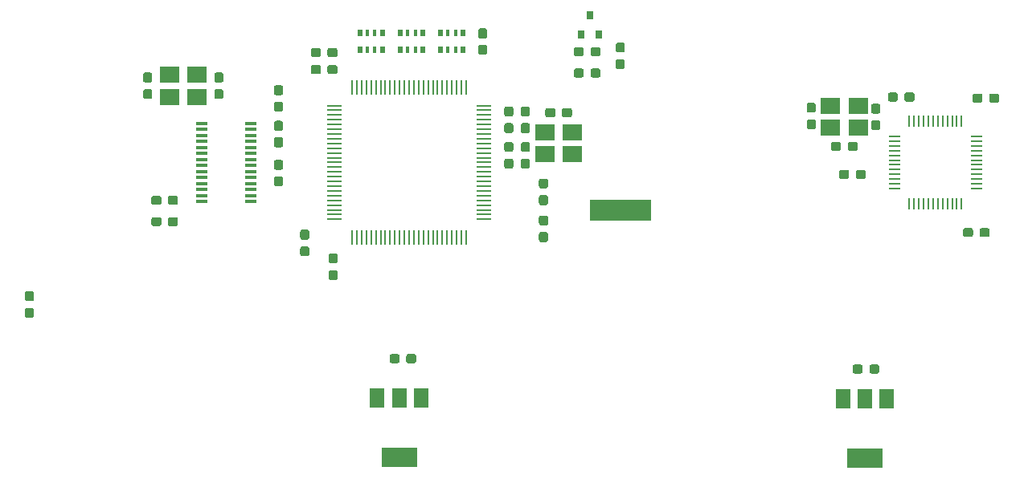
<source format=gbr>
G04 #@! TF.GenerationSoftware,KiCad,Pcbnew,(5.0.1)*
G04 #@! TF.CreationDate,2018-11-29T17:22:57+09:00*
G04 #@! TF.ProjectId,securehid,7365637572656869642E6B696361645F,rev?*
G04 #@! TF.SameCoordinates,Original*
G04 #@! TF.FileFunction,Paste,Top*
G04 #@! TF.FilePolarity,Positive*
%FSLAX46Y46*%
G04 Gerber Fmt 4.6, Leading zero omitted, Abs format (unit mm)*
G04 Created by KiCad (PCBNEW (5.0.1)) date Thu Nov 29 17:22:57 2018*
%MOMM*%
%LPD*%
G01*
G04 APERTURE LIST*
%ADD10C,0.100000*%
%ADD11C,0.950000*%
%ADD12R,0.800000X0.900000*%
%ADD13R,0.500000X0.800000*%
%ADD14R,0.400000X0.800000*%
%ADD15R,3.800000X2.000000*%
%ADD16R,1.500000X2.000000*%
%ADD17R,1.300000X0.250000*%
%ADD18R,0.250000X1.300000*%
%ADD19R,1.500000X0.280000*%
%ADD20R,0.280000X1.500000*%
%ADD21R,1.200000X0.400000*%
%ADD22R,2.100000X1.800000*%
%ADD23R,6.500000X2.200000*%
G04 APERTURE END LIST*
D10*
G04 #@! TO.C,C1*
G36*
X74235779Y-70726144D02*
X74258834Y-70729563D01*
X74281443Y-70735227D01*
X74303387Y-70743079D01*
X74324457Y-70753044D01*
X74344448Y-70765026D01*
X74363168Y-70778910D01*
X74380438Y-70794562D01*
X74396090Y-70811832D01*
X74409974Y-70830552D01*
X74421956Y-70850543D01*
X74431921Y-70871613D01*
X74439773Y-70893557D01*
X74445437Y-70916166D01*
X74448856Y-70939221D01*
X74450000Y-70962500D01*
X74450000Y-71437500D01*
X74448856Y-71460779D01*
X74445437Y-71483834D01*
X74439773Y-71506443D01*
X74431921Y-71528387D01*
X74421956Y-71549457D01*
X74409974Y-71569448D01*
X74396090Y-71588168D01*
X74380438Y-71605438D01*
X74363168Y-71621090D01*
X74344448Y-71634974D01*
X74324457Y-71646956D01*
X74303387Y-71656921D01*
X74281443Y-71664773D01*
X74258834Y-71670437D01*
X74235779Y-71673856D01*
X74212500Y-71675000D01*
X73637500Y-71675000D01*
X73614221Y-71673856D01*
X73591166Y-71670437D01*
X73568557Y-71664773D01*
X73546613Y-71656921D01*
X73525543Y-71646956D01*
X73505552Y-71634974D01*
X73486832Y-71621090D01*
X73469562Y-71605438D01*
X73453910Y-71588168D01*
X73440026Y-71569448D01*
X73428044Y-71549457D01*
X73418079Y-71528387D01*
X73410227Y-71506443D01*
X73404563Y-71483834D01*
X73401144Y-71460779D01*
X73400000Y-71437500D01*
X73400000Y-70962500D01*
X73401144Y-70939221D01*
X73404563Y-70916166D01*
X73410227Y-70893557D01*
X73418079Y-70871613D01*
X73428044Y-70850543D01*
X73440026Y-70830552D01*
X73453910Y-70811832D01*
X73469562Y-70794562D01*
X73486832Y-70778910D01*
X73505552Y-70765026D01*
X73525543Y-70753044D01*
X73546613Y-70743079D01*
X73568557Y-70735227D01*
X73591166Y-70729563D01*
X73614221Y-70726144D01*
X73637500Y-70725000D01*
X74212500Y-70725000D01*
X74235779Y-70726144D01*
X74235779Y-70726144D01*
G37*
D11*
X73925000Y-71200000D03*
D10*
G36*
X75985779Y-70726144D02*
X76008834Y-70729563D01*
X76031443Y-70735227D01*
X76053387Y-70743079D01*
X76074457Y-70753044D01*
X76094448Y-70765026D01*
X76113168Y-70778910D01*
X76130438Y-70794562D01*
X76146090Y-70811832D01*
X76159974Y-70830552D01*
X76171956Y-70850543D01*
X76181921Y-70871613D01*
X76189773Y-70893557D01*
X76195437Y-70916166D01*
X76198856Y-70939221D01*
X76200000Y-70962500D01*
X76200000Y-71437500D01*
X76198856Y-71460779D01*
X76195437Y-71483834D01*
X76189773Y-71506443D01*
X76181921Y-71528387D01*
X76171956Y-71549457D01*
X76159974Y-71569448D01*
X76146090Y-71588168D01*
X76130438Y-71605438D01*
X76113168Y-71621090D01*
X76094448Y-71634974D01*
X76074457Y-71646956D01*
X76053387Y-71656921D01*
X76031443Y-71664773D01*
X76008834Y-71670437D01*
X75985779Y-71673856D01*
X75962500Y-71675000D01*
X75387500Y-71675000D01*
X75364221Y-71673856D01*
X75341166Y-71670437D01*
X75318557Y-71664773D01*
X75296613Y-71656921D01*
X75275543Y-71646956D01*
X75255552Y-71634974D01*
X75236832Y-71621090D01*
X75219562Y-71605438D01*
X75203910Y-71588168D01*
X75190026Y-71569448D01*
X75178044Y-71549457D01*
X75168079Y-71528387D01*
X75160227Y-71506443D01*
X75154563Y-71483834D01*
X75151144Y-71460779D01*
X75150000Y-71437500D01*
X75150000Y-70962500D01*
X75151144Y-70939221D01*
X75154563Y-70916166D01*
X75160227Y-70893557D01*
X75168079Y-70871613D01*
X75178044Y-70850543D01*
X75190026Y-70830552D01*
X75203910Y-70811832D01*
X75219562Y-70794562D01*
X75236832Y-70778910D01*
X75255552Y-70765026D01*
X75275543Y-70753044D01*
X75296613Y-70743079D01*
X75318557Y-70735227D01*
X75341166Y-70729563D01*
X75364221Y-70726144D01*
X75387500Y-70725000D01*
X75962500Y-70725000D01*
X75985779Y-70726144D01*
X75985779Y-70726144D01*
G37*
D11*
X75675000Y-71200000D03*
G04 #@! TD*
D10*
G04 #@! TO.C,C2*
G36*
X91760779Y-68601144D02*
X91783834Y-68604563D01*
X91806443Y-68610227D01*
X91828387Y-68618079D01*
X91849457Y-68628044D01*
X91869448Y-68640026D01*
X91888168Y-68653910D01*
X91905438Y-68669562D01*
X91921090Y-68686832D01*
X91934974Y-68705552D01*
X91946956Y-68725543D01*
X91956921Y-68746613D01*
X91964773Y-68768557D01*
X91970437Y-68791166D01*
X91973856Y-68814221D01*
X91975000Y-68837500D01*
X91975000Y-69412500D01*
X91973856Y-69435779D01*
X91970437Y-69458834D01*
X91964773Y-69481443D01*
X91956921Y-69503387D01*
X91946956Y-69524457D01*
X91934974Y-69544448D01*
X91921090Y-69563168D01*
X91905438Y-69580438D01*
X91888168Y-69596090D01*
X91869448Y-69609974D01*
X91849457Y-69621956D01*
X91828387Y-69631921D01*
X91806443Y-69639773D01*
X91783834Y-69645437D01*
X91760779Y-69648856D01*
X91737500Y-69650000D01*
X91262500Y-69650000D01*
X91239221Y-69648856D01*
X91216166Y-69645437D01*
X91193557Y-69639773D01*
X91171613Y-69631921D01*
X91150543Y-69621956D01*
X91130552Y-69609974D01*
X91111832Y-69596090D01*
X91094562Y-69580438D01*
X91078910Y-69563168D01*
X91065026Y-69544448D01*
X91053044Y-69524457D01*
X91043079Y-69503387D01*
X91035227Y-69481443D01*
X91029563Y-69458834D01*
X91026144Y-69435779D01*
X91025000Y-69412500D01*
X91025000Y-68837500D01*
X91026144Y-68814221D01*
X91029563Y-68791166D01*
X91035227Y-68768557D01*
X91043079Y-68746613D01*
X91053044Y-68725543D01*
X91065026Y-68705552D01*
X91078910Y-68686832D01*
X91094562Y-68669562D01*
X91111832Y-68653910D01*
X91130552Y-68640026D01*
X91150543Y-68628044D01*
X91171613Y-68618079D01*
X91193557Y-68610227D01*
X91216166Y-68604563D01*
X91239221Y-68601144D01*
X91262500Y-68600000D01*
X91737500Y-68600000D01*
X91760779Y-68601144D01*
X91760779Y-68601144D01*
G37*
D11*
X91500000Y-69125000D03*
D10*
G36*
X91760779Y-66851144D02*
X91783834Y-66854563D01*
X91806443Y-66860227D01*
X91828387Y-66868079D01*
X91849457Y-66878044D01*
X91869448Y-66890026D01*
X91888168Y-66903910D01*
X91905438Y-66919562D01*
X91921090Y-66936832D01*
X91934974Y-66955552D01*
X91946956Y-66975543D01*
X91956921Y-66996613D01*
X91964773Y-67018557D01*
X91970437Y-67041166D01*
X91973856Y-67064221D01*
X91975000Y-67087500D01*
X91975000Y-67662500D01*
X91973856Y-67685779D01*
X91970437Y-67708834D01*
X91964773Y-67731443D01*
X91956921Y-67753387D01*
X91946956Y-67774457D01*
X91934974Y-67794448D01*
X91921090Y-67813168D01*
X91905438Y-67830438D01*
X91888168Y-67846090D01*
X91869448Y-67859974D01*
X91849457Y-67871956D01*
X91828387Y-67881921D01*
X91806443Y-67889773D01*
X91783834Y-67895437D01*
X91760779Y-67898856D01*
X91737500Y-67900000D01*
X91262500Y-67900000D01*
X91239221Y-67898856D01*
X91216166Y-67895437D01*
X91193557Y-67889773D01*
X91171613Y-67881921D01*
X91150543Y-67871956D01*
X91130552Y-67859974D01*
X91111832Y-67846090D01*
X91094562Y-67830438D01*
X91078910Y-67813168D01*
X91065026Y-67794448D01*
X91053044Y-67774457D01*
X91043079Y-67753387D01*
X91035227Y-67731443D01*
X91029563Y-67708834D01*
X91026144Y-67685779D01*
X91025000Y-67662500D01*
X91025000Y-67087500D01*
X91026144Y-67064221D01*
X91029563Y-67041166D01*
X91035227Y-67018557D01*
X91043079Y-66996613D01*
X91053044Y-66975543D01*
X91065026Y-66955552D01*
X91078910Y-66936832D01*
X91094562Y-66919562D01*
X91111832Y-66903910D01*
X91130552Y-66890026D01*
X91150543Y-66878044D01*
X91171613Y-66868079D01*
X91193557Y-66860227D01*
X91216166Y-66854563D01*
X91239221Y-66851144D01*
X91262500Y-66850000D01*
X91737500Y-66850000D01*
X91760779Y-66851144D01*
X91760779Y-66851144D01*
G37*
D11*
X91500000Y-67375000D03*
G04 #@! TD*
D10*
G04 #@! TO.C,C4*
G36*
X76010779Y-92351144D02*
X76033834Y-92354563D01*
X76056443Y-92360227D01*
X76078387Y-92368079D01*
X76099457Y-92378044D01*
X76119448Y-92390026D01*
X76138168Y-92403910D01*
X76155438Y-92419562D01*
X76171090Y-92436832D01*
X76184974Y-92455552D01*
X76196956Y-92475543D01*
X76206921Y-92496613D01*
X76214773Y-92518557D01*
X76220437Y-92541166D01*
X76223856Y-92564221D01*
X76225000Y-92587500D01*
X76225000Y-93162500D01*
X76223856Y-93185779D01*
X76220437Y-93208834D01*
X76214773Y-93231443D01*
X76206921Y-93253387D01*
X76196956Y-93274457D01*
X76184974Y-93294448D01*
X76171090Y-93313168D01*
X76155438Y-93330438D01*
X76138168Y-93346090D01*
X76119448Y-93359974D01*
X76099457Y-93371956D01*
X76078387Y-93381921D01*
X76056443Y-93389773D01*
X76033834Y-93395437D01*
X76010779Y-93398856D01*
X75987500Y-93400000D01*
X75512500Y-93400000D01*
X75489221Y-93398856D01*
X75466166Y-93395437D01*
X75443557Y-93389773D01*
X75421613Y-93381921D01*
X75400543Y-93371956D01*
X75380552Y-93359974D01*
X75361832Y-93346090D01*
X75344562Y-93330438D01*
X75328910Y-93313168D01*
X75315026Y-93294448D01*
X75303044Y-93274457D01*
X75293079Y-93253387D01*
X75285227Y-93231443D01*
X75279563Y-93208834D01*
X75276144Y-93185779D01*
X75275000Y-93162500D01*
X75275000Y-92587500D01*
X75276144Y-92564221D01*
X75279563Y-92541166D01*
X75285227Y-92518557D01*
X75293079Y-92496613D01*
X75303044Y-92475543D01*
X75315026Y-92455552D01*
X75328910Y-92436832D01*
X75344562Y-92419562D01*
X75361832Y-92403910D01*
X75380552Y-92390026D01*
X75400543Y-92378044D01*
X75421613Y-92368079D01*
X75443557Y-92360227D01*
X75466166Y-92354563D01*
X75489221Y-92351144D01*
X75512500Y-92350000D01*
X75987500Y-92350000D01*
X76010779Y-92351144D01*
X76010779Y-92351144D01*
G37*
D11*
X75750000Y-92875000D03*
D10*
G36*
X76010779Y-90601144D02*
X76033834Y-90604563D01*
X76056443Y-90610227D01*
X76078387Y-90618079D01*
X76099457Y-90628044D01*
X76119448Y-90640026D01*
X76138168Y-90653910D01*
X76155438Y-90669562D01*
X76171090Y-90686832D01*
X76184974Y-90705552D01*
X76196956Y-90725543D01*
X76206921Y-90746613D01*
X76214773Y-90768557D01*
X76220437Y-90791166D01*
X76223856Y-90814221D01*
X76225000Y-90837500D01*
X76225000Y-91412500D01*
X76223856Y-91435779D01*
X76220437Y-91458834D01*
X76214773Y-91481443D01*
X76206921Y-91503387D01*
X76196956Y-91524457D01*
X76184974Y-91544448D01*
X76171090Y-91563168D01*
X76155438Y-91580438D01*
X76138168Y-91596090D01*
X76119448Y-91609974D01*
X76099457Y-91621956D01*
X76078387Y-91631921D01*
X76056443Y-91639773D01*
X76033834Y-91645437D01*
X76010779Y-91648856D01*
X75987500Y-91650000D01*
X75512500Y-91650000D01*
X75489221Y-91648856D01*
X75466166Y-91645437D01*
X75443557Y-91639773D01*
X75421613Y-91631921D01*
X75400543Y-91621956D01*
X75380552Y-91609974D01*
X75361832Y-91596090D01*
X75344562Y-91580438D01*
X75328910Y-91563168D01*
X75315026Y-91544448D01*
X75303044Y-91524457D01*
X75293079Y-91503387D01*
X75285227Y-91481443D01*
X75279563Y-91458834D01*
X75276144Y-91435779D01*
X75275000Y-91412500D01*
X75275000Y-90837500D01*
X75276144Y-90814221D01*
X75279563Y-90791166D01*
X75285227Y-90768557D01*
X75293079Y-90746613D01*
X75303044Y-90725543D01*
X75315026Y-90705552D01*
X75328910Y-90686832D01*
X75344562Y-90669562D01*
X75361832Y-90653910D01*
X75380552Y-90640026D01*
X75400543Y-90628044D01*
X75421613Y-90618079D01*
X75443557Y-90610227D01*
X75466166Y-90604563D01*
X75489221Y-90601144D01*
X75512500Y-90600000D01*
X75987500Y-90600000D01*
X76010779Y-90601144D01*
X76010779Y-90601144D01*
G37*
D11*
X75750000Y-91125000D03*
G04 #@! TD*
D10*
G04 #@! TO.C,C11*
G36*
X94510779Y-75101144D02*
X94533834Y-75104563D01*
X94556443Y-75110227D01*
X94578387Y-75118079D01*
X94599457Y-75128044D01*
X94619448Y-75140026D01*
X94638168Y-75153910D01*
X94655438Y-75169562D01*
X94671090Y-75186832D01*
X94684974Y-75205552D01*
X94696956Y-75225543D01*
X94706921Y-75246613D01*
X94714773Y-75268557D01*
X94720437Y-75291166D01*
X94723856Y-75314221D01*
X94725000Y-75337500D01*
X94725000Y-75912500D01*
X94723856Y-75935779D01*
X94720437Y-75958834D01*
X94714773Y-75981443D01*
X94706921Y-76003387D01*
X94696956Y-76024457D01*
X94684974Y-76044448D01*
X94671090Y-76063168D01*
X94655438Y-76080438D01*
X94638168Y-76096090D01*
X94619448Y-76109974D01*
X94599457Y-76121956D01*
X94578387Y-76131921D01*
X94556443Y-76139773D01*
X94533834Y-76145437D01*
X94510779Y-76148856D01*
X94487500Y-76150000D01*
X94012500Y-76150000D01*
X93989221Y-76148856D01*
X93966166Y-76145437D01*
X93943557Y-76139773D01*
X93921613Y-76131921D01*
X93900543Y-76121956D01*
X93880552Y-76109974D01*
X93861832Y-76096090D01*
X93844562Y-76080438D01*
X93828910Y-76063168D01*
X93815026Y-76044448D01*
X93803044Y-76024457D01*
X93793079Y-76003387D01*
X93785227Y-75981443D01*
X93779563Y-75958834D01*
X93776144Y-75935779D01*
X93775000Y-75912500D01*
X93775000Y-75337500D01*
X93776144Y-75314221D01*
X93779563Y-75291166D01*
X93785227Y-75268557D01*
X93793079Y-75246613D01*
X93803044Y-75225543D01*
X93815026Y-75205552D01*
X93828910Y-75186832D01*
X93844562Y-75169562D01*
X93861832Y-75153910D01*
X93880552Y-75140026D01*
X93900543Y-75128044D01*
X93921613Y-75118079D01*
X93943557Y-75110227D01*
X93966166Y-75104563D01*
X93989221Y-75101144D01*
X94012500Y-75100000D01*
X94487500Y-75100000D01*
X94510779Y-75101144D01*
X94510779Y-75101144D01*
G37*
D11*
X94250000Y-75625000D03*
D10*
G36*
X94510779Y-76851144D02*
X94533834Y-76854563D01*
X94556443Y-76860227D01*
X94578387Y-76868079D01*
X94599457Y-76878044D01*
X94619448Y-76890026D01*
X94638168Y-76903910D01*
X94655438Y-76919562D01*
X94671090Y-76936832D01*
X94684974Y-76955552D01*
X94696956Y-76975543D01*
X94706921Y-76996613D01*
X94714773Y-77018557D01*
X94720437Y-77041166D01*
X94723856Y-77064221D01*
X94725000Y-77087500D01*
X94725000Y-77662500D01*
X94723856Y-77685779D01*
X94720437Y-77708834D01*
X94714773Y-77731443D01*
X94706921Y-77753387D01*
X94696956Y-77774457D01*
X94684974Y-77794448D01*
X94671090Y-77813168D01*
X94655438Y-77830438D01*
X94638168Y-77846090D01*
X94619448Y-77859974D01*
X94599457Y-77871956D01*
X94578387Y-77881921D01*
X94556443Y-77889773D01*
X94533834Y-77895437D01*
X94510779Y-77898856D01*
X94487500Y-77900000D01*
X94012500Y-77900000D01*
X93989221Y-77898856D01*
X93966166Y-77895437D01*
X93943557Y-77889773D01*
X93921613Y-77881921D01*
X93900543Y-77871956D01*
X93880552Y-77859974D01*
X93861832Y-77846090D01*
X93844562Y-77830438D01*
X93828910Y-77813168D01*
X93815026Y-77794448D01*
X93803044Y-77774457D01*
X93793079Y-77753387D01*
X93785227Y-77731443D01*
X93779563Y-77708834D01*
X93776144Y-77685779D01*
X93775000Y-77662500D01*
X93775000Y-77087500D01*
X93776144Y-77064221D01*
X93779563Y-77041166D01*
X93785227Y-77018557D01*
X93793079Y-76996613D01*
X93803044Y-76975543D01*
X93815026Y-76955552D01*
X93828910Y-76936832D01*
X93844562Y-76919562D01*
X93861832Y-76903910D01*
X93880552Y-76890026D01*
X93900543Y-76878044D01*
X93921613Y-76868079D01*
X93943557Y-76860227D01*
X93966166Y-76854563D01*
X93989221Y-76851144D01*
X94012500Y-76850000D01*
X94487500Y-76850000D01*
X94510779Y-76851144D01*
X94510779Y-76851144D01*
G37*
D11*
X94250000Y-77375000D03*
G04 #@! TD*
D10*
G04 #@! TO.C,C13*
G36*
X133160779Y-74801144D02*
X133183834Y-74804563D01*
X133206443Y-74810227D01*
X133228387Y-74818079D01*
X133249457Y-74828044D01*
X133269448Y-74840026D01*
X133288168Y-74853910D01*
X133305438Y-74869562D01*
X133321090Y-74886832D01*
X133334974Y-74905552D01*
X133346956Y-74925543D01*
X133356921Y-74946613D01*
X133364773Y-74968557D01*
X133370437Y-74991166D01*
X133373856Y-75014221D01*
X133375000Y-75037500D01*
X133375000Y-75612500D01*
X133373856Y-75635779D01*
X133370437Y-75658834D01*
X133364773Y-75681443D01*
X133356921Y-75703387D01*
X133346956Y-75724457D01*
X133334974Y-75744448D01*
X133321090Y-75763168D01*
X133305438Y-75780438D01*
X133288168Y-75796090D01*
X133269448Y-75809974D01*
X133249457Y-75821956D01*
X133228387Y-75831921D01*
X133206443Y-75839773D01*
X133183834Y-75845437D01*
X133160779Y-75848856D01*
X133137500Y-75850000D01*
X132662500Y-75850000D01*
X132639221Y-75848856D01*
X132616166Y-75845437D01*
X132593557Y-75839773D01*
X132571613Y-75831921D01*
X132550543Y-75821956D01*
X132530552Y-75809974D01*
X132511832Y-75796090D01*
X132494562Y-75780438D01*
X132478910Y-75763168D01*
X132465026Y-75744448D01*
X132453044Y-75724457D01*
X132443079Y-75703387D01*
X132435227Y-75681443D01*
X132429563Y-75658834D01*
X132426144Y-75635779D01*
X132425000Y-75612500D01*
X132425000Y-75037500D01*
X132426144Y-75014221D01*
X132429563Y-74991166D01*
X132435227Y-74968557D01*
X132443079Y-74946613D01*
X132453044Y-74925543D01*
X132465026Y-74905552D01*
X132478910Y-74886832D01*
X132494562Y-74869562D01*
X132511832Y-74853910D01*
X132530552Y-74840026D01*
X132550543Y-74828044D01*
X132571613Y-74818079D01*
X132593557Y-74810227D01*
X132616166Y-74804563D01*
X132639221Y-74801144D01*
X132662500Y-74800000D01*
X133137500Y-74800000D01*
X133160779Y-74801144D01*
X133160779Y-74801144D01*
G37*
D11*
X132900000Y-75325000D03*
D10*
G36*
X133160779Y-76551144D02*
X133183834Y-76554563D01*
X133206443Y-76560227D01*
X133228387Y-76568079D01*
X133249457Y-76578044D01*
X133269448Y-76590026D01*
X133288168Y-76603910D01*
X133305438Y-76619562D01*
X133321090Y-76636832D01*
X133334974Y-76655552D01*
X133346956Y-76675543D01*
X133356921Y-76696613D01*
X133364773Y-76718557D01*
X133370437Y-76741166D01*
X133373856Y-76764221D01*
X133375000Y-76787500D01*
X133375000Y-77362500D01*
X133373856Y-77385779D01*
X133370437Y-77408834D01*
X133364773Y-77431443D01*
X133356921Y-77453387D01*
X133346956Y-77474457D01*
X133334974Y-77494448D01*
X133321090Y-77513168D01*
X133305438Y-77530438D01*
X133288168Y-77546090D01*
X133269448Y-77559974D01*
X133249457Y-77571956D01*
X133228387Y-77581921D01*
X133206443Y-77589773D01*
X133183834Y-77595437D01*
X133160779Y-77598856D01*
X133137500Y-77600000D01*
X132662500Y-77600000D01*
X132639221Y-77598856D01*
X132616166Y-77595437D01*
X132593557Y-77589773D01*
X132571613Y-77581921D01*
X132550543Y-77571956D01*
X132530552Y-77559974D01*
X132511832Y-77546090D01*
X132494562Y-77530438D01*
X132478910Y-77513168D01*
X132465026Y-77494448D01*
X132453044Y-77474457D01*
X132443079Y-77453387D01*
X132435227Y-77431443D01*
X132429563Y-77408834D01*
X132426144Y-77385779D01*
X132425000Y-77362500D01*
X132425000Y-76787500D01*
X132426144Y-76764221D01*
X132429563Y-76741166D01*
X132435227Y-76718557D01*
X132443079Y-76696613D01*
X132453044Y-76675543D01*
X132465026Y-76655552D01*
X132478910Y-76636832D01*
X132494562Y-76619562D01*
X132511832Y-76603910D01*
X132530552Y-76590026D01*
X132550543Y-76578044D01*
X132571613Y-76568079D01*
X132593557Y-76560227D01*
X132616166Y-76554563D01*
X132639221Y-76551144D01*
X132662500Y-76550000D01*
X133137500Y-76550000D01*
X133160779Y-76551144D01*
X133160779Y-76551144D01*
G37*
D11*
X132900000Y-77075000D03*
G04 #@! TD*
D10*
G04 #@! TO.C,C14*
G36*
X75985779Y-68926144D02*
X76008834Y-68929563D01*
X76031443Y-68935227D01*
X76053387Y-68943079D01*
X76074457Y-68953044D01*
X76094448Y-68965026D01*
X76113168Y-68978910D01*
X76130438Y-68994562D01*
X76146090Y-69011832D01*
X76159974Y-69030552D01*
X76171956Y-69050543D01*
X76181921Y-69071613D01*
X76189773Y-69093557D01*
X76195437Y-69116166D01*
X76198856Y-69139221D01*
X76200000Y-69162500D01*
X76200000Y-69637500D01*
X76198856Y-69660779D01*
X76195437Y-69683834D01*
X76189773Y-69706443D01*
X76181921Y-69728387D01*
X76171956Y-69749457D01*
X76159974Y-69769448D01*
X76146090Y-69788168D01*
X76130438Y-69805438D01*
X76113168Y-69821090D01*
X76094448Y-69834974D01*
X76074457Y-69846956D01*
X76053387Y-69856921D01*
X76031443Y-69864773D01*
X76008834Y-69870437D01*
X75985779Y-69873856D01*
X75962500Y-69875000D01*
X75387500Y-69875000D01*
X75364221Y-69873856D01*
X75341166Y-69870437D01*
X75318557Y-69864773D01*
X75296613Y-69856921D01*
X75275543Y-69846956D01*
X75255552Y-69834974D01*
X75236832Y-69821090D01*
X75219562Y-69805438D01*
X75203910Y-69788168D01*
X75190026Y-69769448D01*
X75178044Y-69749457D01*
X75168079Y-69728387D01*
X75160227Y-69706443D01*
X75154563Y-69683834D01*
X75151144Y-69660779D01*
X75150000Y-69637500D01*
X75150000Y-69162500D01*
X75151144Y-69139221D01*
X75154563Y-69116166D01*
X75160227Y-69093557D01*
X75168079Y-69071613D01*
X75178044Y-69050543D01*
X75190026Y-69030552D01*
X75203910Y-69011832D01*
X75219562Y-68994562D01*
X75236832Y-68978910D01*
X75255552Y-68965026D01*
X75275543Y-68953044D01*
X75296613Y-68943079D01*
X75318557Y-68935227D01*
X75341166Y-68929563D01*
X75364221Y-68926144D01*
X75387500Y-68925000D01*
X75962500Y-68925000D01*
X75985779Y-68926144D01*
X75985779Y-68926144D01*
G37*
D11*
X75675000Y-69400000D03*
D10*
G36*
X74235779Y-68926144D02*
X74258834Y-68929563D01*
X74281443Y-68935227D01*
X74303387Y-68943079D01*
X74324457Y-68953044D01*
X74344448Y-68965026D01*
X74363168Y-68978910D01*
X74380438Y-68994562D01*
X74396090Y-69011832D01*
X74409974Y-69030552D01*
X74421956Y-69050543D01*
X74431921Y-69071613D01*
X74439773Y-69093557D01*
X74445437Y-69116166D01*
X74448856Y-69139221D01*
X74450000Y-69162500D01*
X74450000Y-69637500D01*
X74448856Y-69660779D01*
X74445437Y-69683834D01*
X74439773Y-69706443D01*
X74431921Y-69728387D01*
X74421956Y-69749457D01*
X74409974Y-69769448D01*
X74396090Y-69788168D01*
X74380438Y-69805438D01*
X74363168Y-69821090D01*
X74344448Y-69834974D01*
X74324457Y-69846956D01*
X74303387Y-69856921D01*
X74281443Y-69864773D01*
X74258834Y-69870437D01*
X74235779Y-69873856D01*
X74212500Y-69875000D01*
X73637500Y-69875000D01*
X73614221Y-69873856D01*
X73591166Y-69870437D01*
X73568557Y-69864773D01*
X73546613Y-69856921D01*
X73525543Y-69846956D01*
X73505552Y-69834974D01*
X73486832Y-69821090D01*
X73469562Y-69805438D01*
X73453910Y-69788168D01*
X73440026Y-69769448D01*
X73428044Y-69749457D01*
X73418079Y-69728387D01*
X73410227Y-69706443D01*
X73404563Y-69683834D01*
X73401144Y-69660779D01*
X73400000Y-69637500D01*
X73400000Y-69162500D01*
X73401144Y-69139221D01*
X73404563Y-69116166D01*
X73410227Y-69093557D01*
X73418079Y-69071613D01*
X73428044Y-69050543D01*
X73440026Y-69030552D01*
X73453910Y-69011832D01*
X73469562Y-68994562D01*
X73486832Y-68978910D01*
X73505552Y-68965026D01*
X73525543Y-68953044D01*
X73546613Y-68943079D01*
X73568557Y-68935227D01*
X73591166Y-68929563D01*
X73614221Y-68926144D01*
X73637500Y-68925000D01*
X74212500Y-68925000D01*
X74235779Y-68926144D01*
X74235779Y-68926144D01*
G37*
D11*
X73925000Y-69400000D03*
G04 #@! TD*
D10*
G04 #@! TO.C,C15*
G36*
X73010779Y-89851144D02*
X73033834Y-89854563D01*
X73056443Y-89860227D01*
X73078387Y-89868079D01*
X73099457Y-89878044D01*
X73119448Y-89890026D01*
X73138168Y-89903910D01*
X73155438Y-89919562D01*
X73171090Y-89936832D01*
X73184974Y-89955552D01*
X73196956Y-89975543D01*
X73206921Y-89996613D01*
X73214773Y-90018557D01*
X73220437Y-90041166D01*
X73223856Y-90064221D01*
X73225000Y-90087500D01*
X73225000Y-90662500D01*
X73223856Y-90685779D01*
X73220437Y-90708834D01*
X73214773Y-90731443D01*
X73206921Y-90753387D01*
X73196956Y-90774457D01*
X73184974Y-90794448D01*
X73171090Y-90813168D01*
X73155438Y-90830438D01*
X73138168Y-90846090D01*
X73119448Y-90859974D01*
X73099457Y-90871956D01*
X73078387Y-90881921D01*
X73056443Y-90889773D01*
X73033834Y-90895437D01*
X73010779Y-90898856D01*
X72987500Y-90900000D01*
X72512500Y-90900000D01*
X72489221Y-90898856D01*
X72466166Y-90895437D01*
X72443557Y-90889773D01*
X72421613Y-90881921D01*
X72400543Y-90871956D01*
X72380552Y-90859974D01*
X72361832Y-90846090D01*
X72344562Y-90830438D01*
X72328910Y-90813168D01*
X72315026Y-90794448D01*
X72303044Y-90774457D01*
X72293079Y-90753387D01*
X72285227Y-90731443D01*
X72279563Y-90708834D01*
X72276144Y-90685779D01*
X72275000Y-90662500D01*
X72275000Y-90087500D01*
X72276144Y-90064221D01*
X72279563Y-90041166D01*
X72285227Y-90018557D01*
X72293079Y-89996613D01*
X72303044Y-89975543D01*
X72315026Y-89955552D01*
X72328910Y-89936832D01*
X72344562Y-89919562D01*
X72361832Y-89903910D01*
X72380552Y-89890026D01*
X72400543Y-89878044D01*
X72421613Y-89868079D01*
X72443557Y-89860227D01*
X72466166Y-89854563D01*
X72489221Y-89851144D01*
X72512500Y-89850000D01*
X72987500Y-89850000D01*
X73010779Y-89851144D01*
X73010779Y-89851144D01*
G37*
D11*
X72750000Y-90375000D03*
D10*
G36*
X73010779Y-88101144D02*
X73033834Y-88104563D01*
X73056443Y-88110227D01*
X73078387Y-88118079D01*
X73099457Y-88128044D01*
X73119448Y-88140026D01*
X73138168Y-88153910D01*
X73155438Y-88169562D01*
X73171090Y-88186832D01*
X73184974Y-88205552D01*
X73196956Y-88225543D01*
X73206921Y-88246613D01*
X73214773Y-88268557D01*
X73220437Y-88291166D01*
X73223856Y-88314221D01*
X73225000Y-88337500D01*
X73225000Y-88912500D01*
X73223856Y-88935779D01*
X73220437Y-88958834D01*
X73214773Y-88981443D01*
X73206921Y-89003387D01*
X73196956Y-89024457D01*
X73184974Y-89044448D01*
X73171090Y-89063168D01*
X73155438Y-89080438D01*
X73138168Y-89096090D01*
X73119448Y-89109974D01*
X73099457Y-89121956D01*
X73078387Y-89131921D01*
X73056443Y-89139773D01*
X73033834Y-89145437D01*
X73010779Y-89148856D01*
X72987500Y-89150000D01*
X72512500Y-89150000D01*
X72489221Y-89148856D01*
X72466166Y-89145437D01*
X72443557Y-89139773D01*
X72421613Y-89131921D01*
X72400543Y-89121956D01*
X72380552Y-89109974D01*
X72361832Y-89096090D01*
X72344562Y-89080438D01*
X72328910Y-89063168D01*
X72315026Y-89044448D01*
X72303044Y-89024457D01*
X72293079Y-89003387D01*
X72285227Y-88981443D01*
X72279563Y-88958834D01*
X72276144Y-88935779D01*
X72275000Y-88912500D01*
X72275000Y-88337500D01*
X72276144Y-88314221D01*
X72279563Y-88291166D01*
X72285227Y-88268557D01*
X72293079Y-88246613D01*
X72303044Y-88225543D01*
X72315026Y-88205552D01*
X72328910Y-88186832D01*
X72344562Y-88169562D01*
X72361832Y-88153910D01*
X72380552Y-88140026D01*
X72400543Y-88128044D01*
X72421613Y-88118079D01*
X72443557Y-88110227D01*
X72466166Y-88104563D01*
X72489221Y-88101144D01*
X72512500Y-88100000D01*
X72987500Y-88100000D01*
X73010779Y-88101144D01*
X73010779Y-88101144D01*
G37*
D11*
X72750000Y-88625000D03*
G04 #@! TD*
D10*
G04 #@! TO.C,C16*
G36*
X126360779Y-74701144D02*
X126383834Y-74704563D01*
X126406443Y-74710227D01*
X126428387Y-74718079D01*
X126449457Y-74728044D01*
X126469448Y-74740026D01*
X126488168Y-74753910D01*
X126505438Y-74769562D01*
X126521090Y-74786832D01*
X126534974Y-74805552D01*
X126546956Y-74825543D01*
X126556921Y-74846613D01*
X126564773Y-74868557D01*
X126570437Y-74891166D01*
X126573856Y-74914221D01*
X126575000Y-74937500D01*
X126575000Y-75512500D01*
X126573856Y-75535779D01*
X126570437Y-75558834D01*
X126564773Y-75581443D01*
X126556921Y-75603387D01*
X126546956Y-75624457D01*
X126534974Y-75644448D01*
X126521090Y-75663168D01*
X126505438Y-75680438D01*
X126488168Y-75696090D01*
X126469448Y-75709974D01*
X126449457Y-75721956D01*
X126428387Y-75731921D01*
X126406443Y-75739773D01*
X126383834Y-75745437D01*
X126360779Y-75748856D01*
X126337500Y-75750000D01*
X125862500Y-75750000D01*
X125839221Y-75748856D01*
X125816166Y-75745437D01*
X125793557Y-75739773D01*
X125771613Y-75731921D01*
X125750543Y-75721956D01*
X125730552Y-75709974D01*
X125711832Y-75696090D01*
X125694562Y-75680438D01*
X125678910Y-75663168D01*
X125665026Y-75644448D01*
X125653044Y-75624457D01*
X125643079Y-75603387D01*
X125635227Y-75581443D01*
X125629563Y-75558834D01*
X125626144Y-75535779D01*
X125625000Y-75512500D01*
X125625000Y-74937500D01*
X125626144Y-74914221D01*
X125629563Y-74891166D01*
X125635227Y-74868557D01*
X125643079Y-74846613D01*
X125653044Y-74825543D01*
X125665026Y-74805552D01*
X125678910Y-74786832D01*
X125694562Y-74769562D01*
X125711832Y-74753910D01*
X125730552Y-74740026D01*
X125750543Y-74728044D01*
X125771613Y-74718079D01*
X125793557Y-74710227D01*
X125816166Y-74704563D01*
X125839221Y-74701144D01*
X125862500Y-74700000D01*
X126337500Y-74700000D01*
X126360779Y-74701144D01*
X126360779Y-74701144D01*
G37*
D11*
X126100000Y-75225000D03*
D10*
G36*
X126360779Y-76451144D02*
X126383834Y-76454563D01*
X126406443Y-76460227D01*
X126428387Y-76468079D01*
X126449457Y-76478044D01*
X126469448Y-76490026D01*
X126488168Y-76503910D01*
X126505438Y-76519562D01*
X126521090Y-76536832D01*
X126534974Y-76555552D01*
X126546956Y-76575543D01*
X126556921Y-76596613D01*
X126564773Y-76618557D01*
X126570437Y-76641166D01*
X126573856Y-76664221D01*
X126575000Y-76687500D01*
X126575000Y-77262500D01*
X126573856Y-77285779D01*
X126570437Y-77308834D01*
X126564773Y-77331443D01*
X126556921Y-77353387D01*
X126546956Y-77374457D01*
X126534974Y-77394448D01*
X126521090Y-77413168D01*
X126505438Y-77430438D01*
X126488168Y-77446090D01*
X126469448Y-77459974D01*
X126449457Y-77471956D01*
X126428387Y-77481921D01*
X126406443Y-77489773D01*
X126383834Y-77495437D01*
X126360779Y-77498856D01*
X126337500Y-77500000D01*
X125862500Y-77500000D01*
X125839221Y-77498856D01*
X125816166Y-77495437D01*
X125793557Y-77489773D01*
X125771613Y-77481921D01*
X125750543Y-77471956D01*
X125730552Y-77459974D01*
X125711832Y-77446090D01*
X125694562Y-77430438D01*
X125678910Y-77413168D01*
X125665026Y-77394448D01*
X125653044Y-77374457D01*
X125643079Y-77353387D01*
X125635227Y-77331443D01*
X125629563Y-77308834D01*
X125626144Y-77285779D01*
X125625000Y-77262500D01*
X125625000Y-76687500D01*
X125626144Y-76664221D01*
X125629563Y-76641166D01*
X125635227Y-76618557D01*
X125643079Y-76596613D01*
X125653044Y-76575543D01*
X125665026Y-76555552D01*
X125678910Y-76536832D01*
X125694562Y-76519562D01*
X125711832Y-76503910D01*
X125730552Y-76490026D01*
X125750543Y-76478044D01*
X125771613Y-76468079D01*
X125793557Y-76460227D01*
X125816166Y-76454563D01*
X125839221Y-76451144D01*
X125862500Y-76450000D01*
X126337500Y-76450000D01*
X126360779Y-76451144D01*
X126360779Y-76451144D01*
G37*
D11*
X126100000Y-76975000D03*
G04 #@! TD*
D10*
G04 #@! TO.C,C17*
G36*
X98935779Y-75276144D02*
X98958834Y-75279563D01*
X98981443Y-75285227D01*
X99003387Y-75293079D01*
X99024457Y-75303044D01*
X99044448Y-75315026D01*
X99063168Y-75328910D01*
X99080438Y-75344562D01*
X99096090Y-75361832D01*
X99109974Y-75380552D01*
X99121956Y-75400543D01*
X99131921Y-75421613D01*
X99139773Y-75443557D01*
X99145437Y-75466166D01*
X99148856Y-75489221D01*
X99150000Y-75512500D01*
X99150000Y-75987500D01*
X99148856Y-76010779D01*
X99145437Y-76033834D01*
X99139773Y-76056443D01*
X99131921Y-76078387D01*
X99121956Y-76099457D01*
X99109974Y-76119448D01*
X99096090Y-76138168D01*
X99080438Y-76155438D01*
X99063168Y-76171090D01*
X99044448Y-76184974D01*
X99024457Y-76196956D01*
X99003387Y-76206921D01*
X98981443Y-76214773D01*
X98958834Y-76220437D01*
X98935779Y-76223856D01*
X98912500Y-76225000D01*
X98337500Y-76225000D01*
X98314221Y-76223856D01*
X98291166Y-76220437D01*
X98268557Y-76214773D01*
X98246613Y-76206921D01*
X98225543Y-76196956D01*
X98205552Y-76184974D01*
X98186832Y-76171090D01*
X98169562Y-76155438D01*
X98153910Y-76138168D01*
X98140026Y-76119448D01*
X98128044Y-76099457D01*
X98118079Y-76078387D01*
X98110227Y-76056443D01*
X98104563Y-76033834D01*
X98101144Y-76010779D01*
X98100000Y-75987500D01*
X98100000Y-75512500D01*
X98101144Y-75489221D01*
X98104563Y-75466166D01*
X98110227Y-75443557D01*
X98118079Y-75421613D01*
X98128044Y-75400543D01*
X98140026Y-75380552D01*
X98153910Y-75361832D01*
X98169562Y-75344562D01*
X98186832Y-75328910D01*
X98205552Y-75315026D01*
X98225543Y-75303044D01*
X98246613Y-75293079D01*
X98268557Y-75285227D01*
X98291166Y-75279563D01*
X98314221Y-75276144D01*
X98337500Y-75275000D01*
X98912500Y-75275000D01*
X98935779Y-75276144D01*
X98935779Y-75276144D01*
G37*
D11*
X98625000Y-75750000D03*
D10*
G36*
X100685779Y-75276144D02*
X100708834Y-75279563D01*
X100731443Y-75285227D01*
X100753387Y-75293079D01*
X100774457Y-75303044D01*
X100794448Y-75315026D01*
X100813168Y-75328910D01*
X100830438Y-75344562D01*
X100846090Y-75361832D01*
X100859974Y-75380552D01*
X100871956Y-75400543D01*
X100881921Y-75421613D01*
X100889773Y-75443557D01*
X100895437Y-75466166D01*
X100898856Y-75489221D01*
X100900000Y-75512500D01*
X100900000Y-75987500D01*
X100898856Y-76010779D01*
X100895437Y-76033834D01*
X100889773Y-76056443D01*
X100881921Y-76078387D01*
X100871956Y-76099457D01*
X100859974Y-76119448D01*
X100846090Y-76138168D01*
X100830438Y-76155438D01*
X100813168Y-76171090D01*
X100794448Y-76184974D01*
X100774457Y-76196956D01*
X100753387Y-76206921D01*
X100731443Y-76214773D01*
X100708834Y-76220437D01*
X100685779Y-76223856D01*
X100662500Y-76225000D01*
X100087500Y-76225000D01*
X100064221Y-76223856D01*
X100041166Y-76220437D01*
X100018557Y-76214773D01*
X99996613Y-76206921D01*
X99975543Y-76196956D01*
X99955552Y-76184974D01*
X99936832Y-76171090D01*
X99919562Y-76155438D01*
X99903910Y-76138168D01*
X99890026Y-76119448D01*
X99878044Y-76099457D01*
X99868079Y-76078387D01*
X99860227Y-76056443D01*
X99854563Y-76033834D01*
X99851144Y-76010779D01*
X99850000Y-75987500D01*
X99850000Y-75512500D01*
X99851144Y-75489221D01*
X99854563Y-75466166D01*
X99860227Y-75443557D01*
X99868079Y-75421613D01*
X99878044Y-75400543D01*
X99890026Y-75380552D01*
X99903910Y-75361832D01*
X99919562Y-75344562D01*
X99936832Y-75328910D01*
X99955552Y-75315026D01*
X99975543Y-75303044D01*
X99996613Y-75293079D01*
X100018557Y-75285227D01*
X100041166Y-75279563D01*
X100064221Y-75276144D01*
X100087500Y-75275000D01*
X100662500Y-75275000D01*
X100685779Y-75276144D01*
X100685779Y-75276144D01*
G37*
D11*
X100375000Y-75750000D03*
G04 #@! TD*
D10*
G04 #@! TO.C,C18*
G36*
X96260779Y-76851144D02*
X96283834Y-76854563D01*
X96306443Y-76860227D01*
X96328387Y-76868079D01*
X96349457Y-76878044D01*
X96369448Y-76890026D01*
X96388168Y-76903910D01*
X96405438Y-76919562D01*
X96421090Y-76936832D01*
X96434974Y-76955552D01*
X96446956Y-76975543D01*
X96456921Y-76996613D01*
X96464773Y-77018557D01*
X96470437Y-77041166D01*
X96473856Y-77064221D01*
X96475000Y-77087500D01*
X96475000Y-77662500D01*
X96473856Y-77685779D01*
X96470437Y-77708834D01*
X96464773Y-77731443D01*
X96456921Y-77753387D01*
X96446956Y-77774457D01*
X96434974Y-77794448D01*
X96421090Y-77813168D01*
X96405438Y-77830438D01*
X96388168Y-77846090D01*
X96369448Y-77859974D01*
X96349457Y-77871956D01*
X96328387Y-77881921D01*
X96306443Y-77889773D01*
X96283834Y-77895437D01*
X96260779Y-77898856D01*
X96237500Y-77900000D01*
X95762500Y-77900000D01*
X95739221Y-77898856D01*
X95716166Y-77895437D01*
X95693557Y-77889773D01*
X95671613Y-77881921D01*
X95650543Y-77871956D01*
X95630552Y-77859974D01*
X95611832Y-77846090D01*
X95594562Y-77830438D01*
X95578910Y-77813168D01*
X95565026Y-77794448D01*
X95553044Y-77774457D01*
X95543079Y-77753387D01*
X95535227Y-77731443D01*
X95529563Y-77708834D01*
X95526144Y-77685779D01*
X95525000Y-77662500D01*
X95525000Y-77087500D01*
X95526144Y-77064221D01*
X95529563Y-77041166D01*
X95535227Y-77018557D01*
X95543079Y-76996613D01*
X95553044Y-76975543D01*
X95565026Y-76955552D01*
X95578910Y-76936832D01*
X95594562Y-76919562D01*
X95611832Y-76903910D01*
X95630552Y-76890026D01*
X95650543Y-76878044D01*
X95671613Y-76868079D01*
X95693557Y-76860227D01*
X95716166Y-76854563D01*
X95739221Y-76851144D01*
X95762500Y-76850000D01*
X96237500Y-76850000D01*
X96260779Y-76851144D01*
X96260779Y-76851144D01*
G37*
D11*
X96000000Y-77375000D03*
D10*
G36*
X96260779Y-75101144D02*
X96283834Y-75104563D01*
X96306443Y-75110227D01*
X96328387Y-75118079D01*
X96349457Y-75128044D01*
X96369448Y-75140026D01*
X96388168Y-75153910D01*
X96405438Y-75169562D01*
X96421090Y-75186832D01*
X96434974Y-75205552D01*
X96446956Y-75225543D01*
X96456921Y-75246613D01*
X96464773Y-75268557D01*
X96470437Y-75291166D01*
X96473856Y-75314221D01*
X96475000Y-75337500D01*
X96475000Y-75912500D01*
X96473856Y-75935779D01*
X96470437Y-75958834D01*
X96464773Y-75981443D01*
X96456921Y-76003387D01*
X96446956Y-76024457D01*
X96434974Y-76044448D01*
X96421090Y-76063168D01*
X96405438Y-76080438D01*
X96388168Y-76096090D01*
X96369448Y-76109974D01*
X96349457Y-76121956D01*
X96328387Y-76131921D01*
X96306443Y-76139773D01*
X96283834Y-76145437D01*
X96260779Y-76148856D01*
X96237500Y-76150000D01*
X95762500Y-76150000D01*
X95739221Y-76148856D01*
X95716166Y-76145437D01*
X95693557Y-76139773D01*
X95671613Y-76131921D01*
X95650543Y-76121956D01*
X95630552Y-76109974D01*
X95611832Y-76096090D01*
X95594562Y-76080438D01*
X95578910Y-76063168D01*
X95565026Y-76044448D01*
X95553044Y-76024457D01*
X95543079Y-76003387D01*
X95535227Y-75981443D01*
X95529563Y-75958834D01*
X95526144Y-75935779D01*
X95525000Y-75912500D01*
X95525000Y-75337500D01*
X95526144Y-75314221D01*
X95529563Y-75291166D01*
X95535227Y-75268557D01*
X95543079Y-75246613D01*
X95553044Y-75225543D01*
X95565026Y-75205552D01*
X95578910Y-75186832D01*
X95594562Y-75169562D01*
X95611832Y-75153910D01*
X95630552Y-75140026D01*
X95650543Y-75128044D01*
X95671613Y-75118079D01*
X95693557Y-75110227D01*
X95716166Y-75104563D01*
X95739221Y-75101144D01*
X95762500Y-75100000D01*
X96237500Y-75100000D01*
X96260779Y-75101144D01*
X96260779Y-75101144D01*
G37*
D11*
X96000000Y-75625000D03*
G04 #@! TD*
D10*
G04 #@! TO.C,C19*
G36*
X98160779Y-86601144D02*
X98183834Y-86604563D01*
X98206443Y-86610227D01*
X98228387Y-86618079D01*
X98249457Y-86628044D01*
X98269448Y-86640026D01*
X98288168Y-86653910D01*
X98305438Y-86669562D01*
X98321090Y-86686832D01*
X98334974Y-86705552D01*
X98346956Y-86725543D01*
X98356921Y-86746613D01*
X98364773Y-86768557D01*
X98370437Y-86791166D01*
X98373856Y-86814221D01*
X98375000Y-86837500D01*
X98375000Y-87412500D01*
X98373856Y-87435779D01*
X98370437Y-87458834D01*
X98364773Y-87481443D01*
X98356921Y-87503387D01*
X98346956Y-87524457D01*
X98334974Y-87544448D01*
X98321090Y-87563168D01*
X98305438Y-87580438D01*
X98288168Y-87596090D01*
X98269448Y-87609974D01*
X98249457Y-87621956D01*
X98228387Y-87631921D01*
X98206443Y-87639773D01*
X98183834Y-87645437D01*
X98160779Y-87648856D01*
X98137500Y-87650000D01*
X97662500Y-87650000D01*
X97639221Y-87648856D01*
X97616166Y-87645437D01*
X97593557Y-87639773D01*
X97571613Y-87631921D01*
X97550543Y-87621956D01*
X97530552Y-87609974D01*
X97511832Y-87596090D01*
X97494562Y-87580438D01*
X97478910Y-87563168D01*
X97465026Y-87544448D01*
X97453044Y-87524457D01*
X97443079Y-87503387D01*
X97435227Y-87481443D01*
X97429563Y-87458834D01*
X97426144Y-87435779D01*
X97425000Y-87412500D01*
X97425000Y-86837500D01*
X97426144Y-86814221D01*
X97429563Y-86791166D01*
X97435227Y-86768557D01*
X97443079Y-86746613D01*
X97453044Y-86725543D01*
X97465026Y-86705552D01*
X97478910Y-86686832D01*
X97494562Y-86669562D01*
X97511832Y-86653910D01*
X97530552Y-86640026D01*
X97550543Y-86628044D01*
X97571613Y-86618079D01*
X97593557Y-86610227D01*
X97616166Y-86604563D01*
X97639221Y-86601144D01*
X97662500Y-86600000D01*
X98137500Y-86600000D01*
X98160779Y-86601144D01*
X98160779Y-86601144D01*
G37*
D11*
X97900000Y-87125000D03*
D10*
G36*
X98160779Y-88351144D02*
X98183834Y-88354563D01*
X98206443Y-88360227D01*
X98228387Y-88368079D01*
X98249457Y-88378044D01*
X98269448Y-88390026D01*
X98288168Y-88403910D01*
X98305438Y-88419562D01*
X98321090Y-88436832D01*
X98334974Y-88455552D01*
X98346956Y-88475543D01*
X98356921Y-88496613D01*
X98364773Y-88518557D01*
X98370437Y-88541166D01*
X98373856Y-88564221D01*
X98375000Y-88587500D01*
X98375000Y-89162500D01*
X98373856Y-89185779D01*
X98370437Y-89208834D01*
X98364773Y-89231443D01*
X98356921Y-89253387D01*
X98346956Y-89274457D01*
X98334974Y-89294448D01*
X98321090Y-89313168D01*
X98305438Y-89330438D01*
X98288168Y-89346090D01*
X98269448Y-89359974D01*
X98249457Y-89371956D01*
X98228387Y-89381921D01*
X98206443Y-89389773D01*
X98183834Y-89395437D01*
X98160779Y-89398856D01*
X98137500Y-89400000D01*
X97662500Y-89400000D01*
X97639221Y-89398856D01*
X97616166Y-89395437D01*
X97593557Y-89389773D01*
X97571613Y-89381921D01*
X97550543Y-89371956D01*
X97530552Y-89359974D01*
X97511832Y-89346090D01*
X97494562Y-89330438D01*
X97478910Y-89313168D01*
X97465026Y-89294448D01*
X97453044Y-89274457D01*
X97443079Y-89253387D01*
X97435227Y-89231443D01*
X97429563Y-89208834D01*
X97426144Y-89185779D01*
X97425000Y-89162500D01*
X97425000Y-88587500D01*
X97426144Y-88564221D01*
X97429563Y-88541166D01*
X97435227Y-88518557D01*
X97443079Y-88496613D01*
X97453044Y-88475543D01*
X97465026Y-88455552D01*
X97478910Y-88436832D01*
X97494562Y-88419562D01*
X97511832Y-88403910D01*
X97530552Y-88390026D01*
X97550543Y-88378044D01*
X97571613Y-88368079D01*
X97593557Y-88360227D01*
X97616166Y-88354563D01*
X97639221Y-88351144D01*
X97662500Y-88350000D01*
X98137500Y-88350000D01*
X98160779Y-88351144D01*
X98160779Y-88351144D01*
G37*
D11*
X97900000Y-88875000D03*
G04 #@! TD*
D10*
G04 #@! TO.C,C20*
G36*
X63972000Y-73263206D02*
X63995055Y-73266625D01*
X64017664Y-73272289D01*
X64039608Y-73280141D01*
X64060678Y-73290106D01*
X64080669Y-73302088D01*
X64099389Y-73315972D01*
X64116659Y-73331624D01*
X64132311Y-73348894D01*
X64146195Y-73367614D01*
X64158177Y-73387605D01*
X64168142Y-73408675D01*
X64175994Y-73430619D01*
X64181658Y-73453228D01*
X64185077Y-73476283D01*
X64186221Y-73499562D01*
X64186221Y-74074562D01*
X64185077Y-74097841D01*
X64181658Y-74120896D01*
X64175994Y-74143505D01*
X64168142Y-74165449D01*
X64158177Y-74186519D01*
X64146195Y-74206510D01*
X64132311Y-74225230D01*
X64116659Y-74242500D01*
X64099389Y-74258152D01*
X64080669Y-74272036D01*
X64060678Y-74284018D01*
X64039608Y-74293983D01*
X64017664Y-74301835D01*
X63995055Y-74307499D01*
X63972000Y-74310918D01*
X63948721Y-74312062D01*
X63473721Y-74312062D01*
X63450442Y-74310918D01*
X63427387Y-74307499D01*
X63404778Y-74301835D01*
X63382834Y-74293983D01*
X63361764Y-74284018D01*
X63341773Y-74272036D01*
X63323053Y-74258152D01*
X63305783Y-74242500D01*
X63290131Y-74225230D01*
X63276247Y-74206510D01*
X63264265Y-74186519D01*
X63254300Y-74165449D01*
X63246448Y-74143505D01*
X63240784Y-74120896D01*
X63237365Y-74097841D01*
X63236221Y-74074562D01*
X63236221Y-73499562D01*
X63237365Y-73476283D01*
X63240784Y-73453228D01*
X63246448Y-73430619D01*
X63254300Y-73408675D01*
X63264265Y-73387605D01*
X63276247Y-73367614D01*
X63290131Y-73348894D01*
X63305783Y-73331624D01*
X63323053Y-73315972D01*
X63341773Y-73302088D01*
X63361764Y-73290106D01*
X63382834Y-73280141D01*
X63404778Y-73272289D01*
X63427387Y-73266625D01*
X63450442Y-73263206D01*
X63473721Y-73262062D01*
X63948721Y-73262062D01*
X63972000Y-73263206D01*
X63972000Y-73263206D01*
G37*
D11*
X63711221Y-73787062D03*
D10*
G36*
X63972000Y-71513206D02*
X63995055Y-71516625D01*
X64017664Y-71522289D01*
X64039608Y-71530141D01*
X64060678Y-71540106D01*
X64080669Y-71552088D01*
X64099389Y-71565972D01*
X64116659Y-71581624D01*
X64132311Y-71598894D01*
X64146195Y-71617614D01*
X64158177Y-71637605D01*
X64168142Y-71658675D01*
X64175994Y-71680619D01*
X64181658Y-71703228D01*
X64185077Y-71726283D01*
X64186221Y-71749562D01*
X64186221Y-72324562D01*
X64185077Y-72347841D01*
X64181658Y-72370896D01*
X64175994Y-72393505D01*
X64168142Y-72415449D01*
X64158177Y-72436519D01*
X64146195Y-72456510D01*
X64132311Y-72475230D01*
X64116659Y-72492500D01*
X64099389Y-72508152D01*
X64080669Y-72522036D01*
X64060678Y-72534018D01*
X64039608Y-72543983D01*
X64017664Y-72551835D01*
X63995055Y-72557499D01*
X63972000Y-72560918D01*
X63948721Y-72562062D01*
X63473721Y-72562062D01*
X63450442Y-72560918D01*
X63427387Y-72557499D01*
X63404778Y-72551835D01*
X63382834Y-72543983D01*
X63361764Y-72534018D01*
X63341773Y-72522036D01*
X63323053Y-72508152D01*
X63305783Y-72492500D01*
X63290131Y-72475230D01*
X63276247Y-72456510D01*
X63264265Y-72436519D01*
X63254300Y-72415449D01*
X63246448Y-72393505D01*
X63240784Y-72370896D01*
X63237365Y-72347841D01*
X63236221Y-72324562D01*
X63236221Y-71749562D01*
X63237365Y-71726283D01*
X63240784Y-71703228D01*
X63246448Y-71680619D01*
X63254300Y-71658675D01*
X63264265Y-71637605D01*
X63276247Y-71617614D01*
X63290131Y-71598894D01*
X63305783Y-71581624D01*
X63323053Y-71565972D01*
X63341773Y-71552088D01*
X63361764Y-71540106D01*
X63382834Y-71530141D01*
X63404778Y-71522289D01*
X63427387Y-71516625D01*
X63450442Y-71513206D01*
X63473721Y-71512062D01*
X63948721Y-71512062D01*
X63972000Y-71513206D01*
X63972000Y-71513206D01*
G37*
D11*
X63711221Y-72037062D03*
G04 #@! TD*
D10*
G04 #@! TO.C,C21*
G36*
X56472000Y-73263206D02*
X56495055Y-73266625D01*
X56517664Y-73272289D01*
X56539608Y-73280141D01*
X56560678Y-73290106D01*
X56580669Y-73302088D01*
X56599389Y-73315972D01*
X56616659Y-73331624D01*
X56632311Y-73348894D01*
X56646195Y-73367614D01*
X56658177Y-73387605D01*
X56668142Y-73408675D01*
X56675994Y-73430619D01*
X56681658Y-73453228D01*
X56685077Y-73476283D01*
X56686221Y-73499562D01*
X56686221Y-74074562D01*
X56685077Y-74097841D01*
X56681658Y-74120896D01*
X56675994Y-74143505D01*
X56668142Y-74165449D01*
X56658177Y-74186519D01*
X56646195Y-74206510D01*
X56632311Y-74225230D01*
X56616659Y-74242500D01*
X56599389Y-74258152D01*
X56580669Y-74272036D01*
X56560678Y-74284018D01*
X56539608Y-74293983D01*
X56517664Y-74301835D01*
X56495055Y-74307499D01*
X56472000Y-74310918D01*
X56448721Y-74312062D01*
X55973721Y-74312062D01*
X55950442Y-74310918D01*
X55927387Y-74307499D01*
X55904778Y-74301835D01*
X55882834Y-74293983D01*
X55861764Y-74284018D01*
X55841773Y-74272036D01*
X55823053Y-74258152D01*
X55805783Y-74242500D01*
X55790131Y-74225230D01*
X55776247Y-74206510D01*
X55764265Y-74186519D01*
X55754300Y-74165449D01*
X55746448Y-74143505D01*
X55740784Y-74120896D01*
X55737365Y-74097841D01*
X55736221Y-74074562D01*
X55736221Y-73499562D01*
X55737365Y-73476283D01*
X55740784Y-73453228D01*
X55746448Y-73430619D01*
X55754300Y-73408675D01*
X55764265Y-73387605D01*
X55776247Y-73367614D01*
X55790131Y-73348894D01*
X55805783Y-73331624D01*
X55823053Y-73315972D01*
X55841773Y-73302088D01*
X55861764Y-73290106D01*
X55882834Y-73280141D01*
X55904778Y-73272289D01*
X55927387Y-73266625D01*
X55950442Y-73263206D01*
X55973721Y-73262062D01*
X56448721Y-73262062D01*
X56472000Y-73263206D01*
X56472000Y-73263206D01*
G37*
D11*
X56211221Y-73787062D03*
D10*
G36*
X56472000Y-71513206D02*
X56495055Y-71516625D01*
X56517664Y-71522289D01*
X56539608Y-71530141D01*
X56560678Y-71540106D01*
X56580669Y-71552088D01*
X56599389Y-71565972D01*
X56616659Y-71581624D01*
X56632311Y-71598894D01*
X56646195Y-71617614D01*
X56658177Y-71637605D01*
X56668142Y-71658675D01*
X56675994Y-71680619D01*
X56681658Y-71703228D01*
X56685077Y-71726283D01*
X56686221Y-71749562D01*
X56686221Y-72324562D01*
X56685077Y-72347841D01*
X56681658Y-72370896D01*
X56675994Y-72393505D01*
X56668142Y-72415449D01*
X56658177Y-72436519D01*
X56646195Y-72456510D01*
X56632311Y-72475230D01*
X56616659Y-72492500D01*
X56599389Y-72508152D01*
X56580669Y-72522036D01*
X56560678Y-72534018D01*
X56539608Y-72543983D01*
X56517664Y-72551835D01*
X56495055Y-72557499D01*
X56472000Y-72560918D01*
X56448721Y-72562062D01*
X55973721Y-72562062D01*
X55950442Y-72560918D01*
X55927387Y-72557499D01*
X55904778Y-72551835D01*
X55882834Y-72543983D01*
X55861764Y-72534018D01*
X55841773Y-72522036D01*
X55823053Y-72508152D01*
X55805783Y-72492500D01*
X55790131Y-72475230D01*
X55776247Y-72456510D01*
X55764265Y-72436519D01*
X55754300Y-72415449D01*
X55746448Y-72393505D01*
X55740784Y-72370896D01*
X55737365Y-72347841D01*
X55736221Y-72324562D01*
X55736221Y-71749562D01*
X55737365Y-71726283D01*
X55740784Y-71703228D01*
X55746448Y-71680619D01*
X55754300Y-71658675D01*
X55764265Y-71637605D01*
X55776247Y-71617614D01*
X55790131Y-71598894D01*
X55805783Y-71581624D01*
X55823053Y-71565972D01*
X55841773Y-71552088D01*
X55861764Y-71540106D01*
X55882834Y-71530141D01*
X55904778Y-71522289D01*
X55927387Y-71516625D01*
X55950442Y-71513206D01*
X55973721Y-71512062D01*
X56448721Y-71512062D01*
X56472000Y-71513206D01*
X56472000Y-71513206D01*
G37*
D11*
X56211221Y-72037062D03*
G04 #@! TD*
D10*
G04 #@! TO.C,C22*
G36*
X98160779Y-82701144D02*
X98183834Y-82704563D01*
X98206443Y-82710227D01*
X98228387Y-82718079D01*
X98249457Y-82728044D01*
X98269448Y-82740026D01*
X98288168Y-82753910D01*
X98305438Y-82769562D01*
X98321090Y-82786832D01*
X98334974Y-82805552D01*
X98346956Y-82825543D01*
X98356921Y-82846613D01*
X98364773Y-82868557D01*
X98370437Y-82891166D01*
X98373856Y-82914221D01*
X98375000Y-82937500D01*
X98375000Y-83512500D01*
X98373856Y-83535779D01*
X98370437Y-83558834D01*
X98364773Y-83581443D01*
X98356921Y-83603387D01*
X98346956Y-83624457D01*
X98334974Y-83644448D01*
X98321090Y-83663168D01*
X98305438Y-83680438D01*
X98288168Y-83696090D01*
X98269448Y-83709974D01*
X98249457Y-83721956D01*
X98228387Y-83731921D01*
X98206443Y-83739773D01*
X98183834Y-83745437D01*
X98160779Y-83748856D01*
X98137500Y-83750000D01*
X97662500Y-83750000D01*
X97639221Y-83748856D01*
X97616166Y-83745437D01*
X97593557Y-83739773D01*
X97571613Y-83731921D01*
X97550543Y-83721956D01*
X97530552Y-83709974D01*
X97511832Y-83696090D01*
X97494562Y-83680438D01*
X97478910Y-83663168D01*
X97465026Y-83644448D01*
X97453044Y-83624457D01*
X97443079Y-83603387D01*
X97435227Y-83581443D01*
X97429563Y-83558834D01*
X97426144Y-83535779D01*
X97425000Y-83512500D01*
X97425000Y-82937500D01*
X97426144Y-82914221D01*
X97429563Y-82891166D01*
X97435227Y-82868557D01*
X97443079Y-82846613D01*
X97453044Y-82825543D01*
X97465026Y-82805552D01*
X97478910Y-82786832D01*
X97494562Y-82769562D01*
X97511832Y-82753910D01*
X97530552Y-82740026D01*
X97550543Y-82728044D01*
X97571613Y-82718079D01*
X97593557Y-82710227D01*
X97616166Y-82704563D01*
X97639221Y-82701144D01*
X97662500Y-82700000D01*
X98137500Y-82700000D01*
X98160779Y-82701144D01*
X98160779Y-82701144D01*
G37*
D11*
X97900000Y-83225000D03*
D10*
G36*
X98160779Y-84451144D02*
X98183834Y-84454563D01*
X98206443Y-84460227D01*
X98228387Y-84468079D01*
X98249457Y-84478044D01*
X98269448Y-84490026D01*
X98288168Y-84503910D01*
X98305438Y-84519562D01*
X98321090Y-84536832D01*
X98334974Y-84555552D01*
X98346956Y-84575543D01*
X98356921Y-84596613D01*
X98364773Y-84618557D01*
X98370437Y-84641166D01*
X98373856Y-84664221D01*
X98375000Y-84687500D01*
X98375000Y-85262500D01*
X98373856Y-85285779D01*
X98370437Y-85308834D01*
X98364773Y-85331443D01*
X98356921Y-85353387D01*
X98346956Y-85374457D01*
X98334974Y-85394448D01*
X98321090Y-85413168D01*
X98305438Y-85430438D01*
X98288168Y-85446090D01*
X98269448Y-85459974D01*
X98249457Y-85471956D01*
X98228387Y-85481921D01*
X98206443Y-85489773D01*
X98183834Y-85495437D01*
X98160779Y-85498856D01*
X98137500Y-85500000D01*
X97662500Y-85500000D01*
X97639221Y-85498856D01*
X97616166Y-85495437D01*
X97593557Y-85489773D01*
X97571613Y-85481921D01*
X97550543Y-85471956D01*
X97530552Y-85459974D01*
X97511832Y-85446090D01*
X97494562Y-85430438D01*
X97478910Y-85413168D01*
X97465026Y-85394448D01*
X97453044Y-85374457D01*
X97443079Y-85353387D01*
X97435227Y-85331443D01*
X97429563Y-85308834D01*
X97426144Y-85285779D01*
X97425000Y-85262500D01*
X97425000Y-84687500D01*
X97426144Y-84664221D01*
X97429563Y-84641166D01*
X97435227Y-84618557D01*
X97443079Y-84596613D01*
X97453044Y-84575543D01*
X97465026Y-84555552D01*
X97478910Y-84536832D01*
X97494562Y-84519562D01*
X97511832Y-84503910D01*
X97530552Y-84490026D01*
X97550543Y-84478044D01*
X97571613Y-84468079D01*
X97593557Y-84460227D01*
X97616166Y-84454563D01*
X97639221Y-84451144D01*
X97662500Y-84450000D01*
X98137500Y-84450000D01*
X98160779Y-84451144D01*
X98160779Y-84451144D01*
G37*
D11*
X97900000Y-84975000D03*
G04 #@! TD*
D10*
G04 #@! TO.C,C23*
G36*
X70260779Y-82476144D02*
X70283834Y-82479563D01*
X70306443Y-82485227D01*
X70328387Y-82493079D01*
X70349457Y-82503044D01*
X70369448Y-82515026D01*
X70388168Y-82528910D01*
X70405438Y-82544562D01*
X70421090Y-82561832D01*
X70434974Y-82580552D01*
X70446956Y-82600543D01*
X70456921Y-82621613D01*
X70464773Y-82643557D01*
X70470437Y-82666166D01*
X70473856Y-82689221D01*
X70475000Y-82712500D01*
X70475000Y-83287500D01*
X70473856Y-83310779D01*
X70470437Y-83333834D01*
X70464773Y-83356443D01*
X70456921Y-83378387D01*
X70446956Y-83399457D01*
X70434974Y-83419448D01*
X70421090Y-83438168D01*
X70405438Y-83455438D01*
X70388168Y-83471090D01*
X70369448Y-83484974D01*
X70349457Y-83496956D01*
X70328387Y-83506921D01*
X70306443Y-83514773D01*
X70283834Y-83520437D01*
X70260779Y-83523856D01*
X70237500Y-83525000D01*
X69762500Y-83525000D01*
X69739221Y-83523856D01*
X69716166Y-83520437D01*
X69693557Y-83514773D01*
X69671613Y-83506921D01*
X69650543Y-83496956D01*
X69630552Y-83484974D01*
X69611832Y-83471090D01*
X69594562Y-83455438D01*
X69578910Y-83438168D01*
X69565026Y-83419448D01*
X69553044Y-83399457D01*
X69543079Y-83378387D01*
X69535227Y-83356443D01*
X69529563Y-83333834D01*
X69526144Y-83310779D01*
X69525000Y-83287500D01*
X69525000Y-82712500D01*
X69526144Y-82689221D01*
X69529563Y-82666166D01*
X69535227Y-82643557D01*
X69543079Y-82621613D01*
X69553044Y-82600543D01*
X69565026Y-82580552D01*
X69578910Y-82561832D01*
X69594562Y-82544562D01*
X69611832Y-82528910D01*
X69630552Y-82515026D01*
X69650543Y-82503044D01*
X69671613Y-82493079D01*
X69693557Y-82485227D01*
X69716166Y-82479563D01*
X69739221Y-82476144D01*
X69762500Y-82475000D01*
X70237500Y-82475000D01*
X70260779Y-82476144D01*
X70260779Y-82476144D01*
G37*
D11*
X70000000Y-83000000D03*
D10*
G36*
X70260779Y-80726144D02*
X70283834Y-80729563D01*
X70306443Y-80735227D01*
X70328387Y-80743079D01*
X70349457Y-80753044D01*
X70369448Y-80765026D01*
X70388168Y-80778910D01*
X70405438Y-80794562D01*
X70421090Y-80811832D01*
X70434974Y-80830552D01*
X70446956Y-80850543D01*
X70456921Y-80871613D01*
X70464773Y-80893557D01*
X70470437Y-80916166D01*
X70473856Y-80939221D01*
X70475000Y-80962500D01*
X70475000Y-81537500D01*
X70473856Y-81560779D01*
X70470437Y-81583834D01*
X70464773Y-81606443D01*
X70456921Y-81628387D01*
X70446956Y-81649457D01*
X70434974Y-81669448D01*
X70421090Y-81688168D01*
X70405438Y-81705438D01*
X70388168Y-81721090D01*
X70369448Y-81734974D01*
X70349457Y-81746956D01*
X70328387Y-81756921D01*
X70306443Y-81764773D01*
X70283834Y-81770437D01*
X70260779Y-81773856D01*
X70237500Y-81775000D01*
X69762500Y-81775000D01*
X69739221Y-81773856D01*
X69716166Y-81770437D01*
X69693557Y-81764773D01*
X69671613Y-81756921D01*
X69650543Y-81746956D01*
X69630552Y-81734974D01*
X69611832Y-81721090D01*
X69594562Y-81705438D01*
X69578910Y-81688168D01*
X69565026Y-81669448D01*
X69553044Y-81649457D01*
X69543079Y-81628387D01*
X69535227Y-81606443D01*
X69529563Y-81583834D01*
X69526144Y-81560779D01*
X69525000Y-81537500D01*
X69525000Y-80962500D01*
X69526144Y-80939221D01*
X69529563Y-80916166D01*
X69535227Y-80893557D01*
X69543079Y-80871613D01*
X69553044Y-80850543D01*
X69565026Y-80830552D01*
X69578910Y-80811832D01*
X69594562Y-80794562D01*
X69611832Y-80778910D01*
X69630552Y-80765026D01*
X69650543Y-80753044D01*
X69671613Y-80743079D01*
X69693557Y-80735227D01*
X69716166Y-80729563D01*
X69739221Y-80726144D01*
X69762500Y-80725000D01*
X70237500Y-80725000D01*
X70260779Y-80726144D01*
X70260779Y-80726144D01*
G37*
D11*
X70000000Y-81250000D03*
G04 #@! TD*
D10*
G04 #@! TO.C,C24*
G36*
X59185779Y-84526144D02*
X59208834Y-84529563D01*
X59231443Y-84535227D01*
X59253387Y-84543079D01*
X59274457Y-84553044D01*
X59294448Y-84565026D01*
X59313168Y-84578910D01*
X59330438Y-84594562D01*
X59346090Y-84611832D01*
X59359974Y-84630552D01*
X59371956Y-84650543D01*
X59381921Y-84671613D01*
X59389773Y-84693557D01*
X59395437Y-84716166D01*
X59398856Y-84739221D01*
X59400000Y-84762500D01*
X59400000Y-85237500D01*
X59398856Y-85260779D01*
X59395437Y-85283834D01*
X59389773Y-85306443D01*
X59381921Y-85328387D01*
X59371956Y-85349457D01*
X59359974Y-85369448D01*
X59346090Y-85388168D01*
X59330438Y-85405438D01*
X59313168Y-85421090D01*
X59294448Y-85434974D01*
X59274457Y-85446956D01*
X59253387Y-85456921D01*
X59231443Y-85464773D01*
X59208834Y-85470437D01*
X59185779Y-85473856D01*
X59162500Y-85475000D01*
X58587500Y-85475000D01*
X58564221Y-85473856D01*
X58541166Y-85470437D01*
X58518557Y-85464773D01*
X58496613Y-85456921D01*
X58475543Y-85446956D01*
X58455552Y-85434974D01*
X58436832Y-85421090D01*
X58419562Y-85405438D01*
X58403910Y-85388168D01*
X58390026Y-85369448D01*
X58378044Y-85349457D01*
X58368079Y-85328387D01*
X58360227Y-85306443D01*
X58354563Y-85283834D01*
X58351144Y-85260779D01*
X58350000Y-85237500D01*
X58350000Y-84762500D01*
X58351144Y-84739221D01*
X58354563Y-84716166D01*
X58360227Y-84693557D01*
X58368079Y-84671613D01*
X58378044Y-84650543D01*
X58390026Y-84630552D01*
X58403910Y-84611832D01*
X58419562Y-84594562D01*
X58436832Y-84578910D01*
X58455552Y-84565026D01*
X58475543Y-84553044D01*
X58496613Y-84543079D01*
X58518557Y-84535227D01*
X58541166Y-84529563D01*
X58564221Y-84526144D01*
X58587500Y-84525000D01*
X59162500Y-84525000D01*
X59185779Y-84526144D01*
X59185779Y-84526144D01*
G37*
D11*
X58875000Y-85000000D03*
D10*
G36*
X57435779Y-84526144D02*
X57458834Y-84529563D01*
X57481443Y-84535227D01*
X57503387Y-84543079D01*
X57524457Y-84553044D01*
X57544448Y-84565026D01*
X57563168Y-84578910D01*
X57580438Y-84594562D01*
X57596090Y-84611832D01*
X57609974Y-84630552D01*
X57621956Y-84650543D01*
X57631921Y-84671613D01*
X57639773Y-84693557D01*
X57645437Y-84716166D01*
X57648856Y-84739221D01*
X57650000Y-84762500D01*
X57650000Y-85237500D01*
X57648856Y-85260779D01*
X57645437Y-85283834D01*
X57639773Y-85306443D01*
X57631921Y-85328387D01*
X57621956Y-85349457D01*
X57609974Y-85369448D01*
X57596090Y-85388168D01*
X57580438Y-85405438D01*
X57563168Y-85421090D01*
X57544448Y-85434974D01*
X57524457Y-85446956D01*
X57503387Y-85456921D01*
X57481443Y-85464773D01*
X57458834Y-85470437D01*
X57435779Y-85473856D01*
X57412500Y-85475000D01*
X56837500Y-85475000D01*
X56814221Y-85473856D01*
X56791166Y-85470437D01*
X56768557Y-85464773D01*
X56746613Y-85456921D01*
X56725543Y-85446956D01*
X56705552Y-85434974D01*
X56686832Y-85421090D01*
X56669562Y-85405438D01*
X56653910Y-85388168D01*
X56640026Y-85369448D01*
X56628044Y-85349457D01*
X56618079Y-85328387D01*
X56610227Y-85306443D01*
X56604563Y-85283834D01*
X56601144Y-85260779D01*
X56600000Y-85237500D01*
X56600000Y-84762500D01*
X56601144Y-84739221D01*
X56604563Y-84716166D01*
X56610227Y-84693557D01*
X56618079Y-84671613D01*
X56628044Y-84650543D01*
X56640026Y-84630552D01*
X56653910Y-84611832D01*
X56669562Y-84594562D01*
X56686832Y-84578910D01*
X56705552Y-84565026D01*
X56725543Y-84553044D01*
X56746613Y-84543079D01*
X56768557Y-84535227D01*
X56791166Y-84529563D01*
X56814221Y-84526144D01*
X56837500Y-84525000D01*
X57412500Y-84525000D01*
X57435779Y-84526144D01*
X57435779Y-84526144D01*
G37*
D11*
X57125000Y-85000000D03*
G04 #@! TD*
D10*
G04 #@! TO.C,C26*
G36*
X44010779Y-94601144D02*
X44033834Y-94604563D01*
X44056443Y-94610227D01*
X44078387Y-94618079D01*
X44099457Y-94628044D01*
X44119448Y-94640026D01*
X44138168Y-94653910D01*
X44155438Y-94669562D01*
X44171090Y-94686832D01*
X44184974Y-94705552D01*
X44196956Y-94725543D01*
X44206921Y-94746613D01*
X44214773Y-94768557D01*
X44220437Y-94791166D01*
X44223856Y-94814221D01*
X44225000Y-94837500D01*
X44225000Y-95412500D01*
X44223856Y-95435779D01*
X44220437Y-95458834D01*
X44214773Y-95481443D01*
X44206921Y-95503387D01*
X44196956Y-95524457D01*
X44184974Y-95544448D01*
X44171090Y-95563168D01*
X44155438Y-95580438D01*
X44138168Y-95596090D01*
X44119448Y-95609974D01*
X44099457Y-95621956D01*
X44078387Y-95631921D01*
X44056443Y-95639773D01*
X44033834Y-95645437D01*
X44010779Y-95648856D01*
X43987500Y-95650000D01*
X43512500Y-95650000D01*
X43489221Y-95648856D01*
X43466166Y-95645437D01*
X43443557Y-95639773D01*
X43421613Y-95631921D01*
X43400543Y-95621956D01*
X43380552Y-95609974D01*
X43361832Y-95596090D01*
X43344562Y-95580438D01*
X43328910Y-95563168D01*
X43315026Y-95544448D01*
X43303044Y-95524457D01*
X43293079Y-95503387D01*
X43285227Y-95481443D01*
X43279563Y-95458834D01*
X43276144Y-95435779D01*
X43275000Y-95412500D01*
X43275000Y-94837500D01*
X43276144Y-94814221D01*
X43279563Y-94791166D01*
X43285227Y-94768557D01*
X43293079Y-94746613D01*
X43303044Y-94725543D01*
X43315026Y-94705552D01*
X43328910Y-94686832D01*
X43344562Y-94669562D01*
X43361832Y-94653910D01*
X43380552Y-94640026D01*
X43400543Y-94628044D01*
X43421613Y-94618079D01*
X43443557Y-94610227D01*
X43466166Y-94604563D01*
X43489221Y-94601144D01*
X43512500Y-94600000D01*
X43987500Y-94600000D01*
X44010779Y-94601144D01*
X44010779Y-94601144D01*
G37*
D11*
X43750000Y-95125000D03*
D10*
G36*
X44010779Y-96351144D02*
X44033834Y-96354563D01*
X44056443Y-96360227D01*
X44078387Y-96368079D01*
X44099457Y-96378044D01*
X44119448Y-96390026D01*
X44138168Y-96403910D01*
X44155438Y-96419562D01*
X44171090Y-96436832D01*
X44184974Y-96455552D01*
X44196956Y-96475543D01*
X44206921Y-96496613D01*
X44214773Y-96518557D01*
X44220437Y-96541166D01*
X44223856Y-96564221D01*
X44225000Y-96587500D01*
X44225000Y-97162500D01*
X44223856Y-97185779D01*
X44220437Y-97208834D01*
X44214773Y-97231443D01*
X44206921Y-97253387D01*
X44196956Y-97274457D01*
X44184974Y-97294448D01*
X44171090Y-97313168D01*
X44155438Y-97330438D01*
X44138168Y-97346090D01*
X44119448Y-97359974D01*
X44099457Y-97371956D01*
X44078387Y-97381921D01*
X44056443Y-97389773D01*
X44033834Y-97395437D01*
X44010779Y-97398856D01*
X43987500Y-97400000D01*
X43512500Y-97400000D01*
X43489221Y-97398856D01*
X43466166Y-97395437D01*
X43443557Y-97389773D01*
X43421613Y-97381921D01*
X43400543Y-97371956D01*
X43380552Y-97359974D01*
X43361832Y-97346090D01*
X43344562Y-97330438D01*
X43328910Y-97313168D01*
X43315026Y-97294448D01*
X43303044Y-97274457D01*
X43293079Y-97253387D01*
X43285227Y-97231443D01*
X43279563Y-97208834D01*
X43276144Y-97185779D01*
X43275000Y-97162500D01*
X43275000Y-96587500D01*
X43276144Y-96564221D01*
X43279563Y-96541166D01*
X43285227Y-96518557D01*
X43293079Y-96496613D01*
X43303044Y-96475543D01*
X43315026Y-96455552D01*
X43328910Y-96436832D01*
X43344562Y-96419562D01*
X43361832Y-96403910D01*
X43380552Y-96390026D01*
X43400543Y-96378044D01*
X43421613Y-96368079D01*
X43443557Y-96360227D01*
X43466166Y-96354563D01*
X43489221Y-96351144D01*
X43512500Y-96350000D01*
X43987500Y-96350000D01*
X44010779Y-96351144D01*
X44010779Y-96351144D01*
G37*
D11*
X43750000Y-96875000D03*
G04 #@! TD*
D10*
G04 #@! TO.C,C28*
G36*
X84285779Y-101226144D02*
X84308834Y-101229563D01*
X84331443Y-101235227D01*
X84353387Y-101243079D01*
X84374457Y-101253044D01*
X84394448Y-101265026D01*
X84413168Y-101278910D01*
X84430438Y-101294562D01*
X84446090Y-101311832D01*
X84459974Y-101330552D01*
X84471956Y-101350543D01*
X84481921Y-101371613D01*
X84489773Y-101393557D01*
X84495437Y-101416166D01*
X84498856Y-101439221D01*
X84500000Y-101462500D01*
X84500000Y-101937500D01*
X84498856Y-101960779D01*
X84495437Y-101983834D01*
X84489773Y-102006443D01*
X84481921Y-102028387D01*
X84471956Y-102049457D01*
X84459974Y-102069448D01*
X84446090Y-102088168D01*
X84430438Y-102105438D01*
X84413168Y-102121090D01*
X84394448Y-102134974D01*
X84374457Y-102146956D01*
X84353387Y-102156921D01*
X84331443Y-102164773D01*
X84308834Y-102170437D01*
X84285779Y-102173856D01*
X84262500Y-102175000D01*
X83687500Y-102175000D01*
X83664221Y-102173856D01*
X83641166Y-102170437D01*
X83618557Y-102164773D01*
X83596613Y-102156921D01*
X83575543Y-102146956D01*
X83555552Y-102134974D01*
X83536832Y-102121090D01*
X83519562Y-102105438D01*
X83503910Y-102088168D01*
X83490026Y-102069448D01*
X83478044Y-102049457D01*
X83468079Y-102028387D01*
X83460227Y-102006443D01*
X83454563Y-101983834D01*
X83451144Y-101960779D01*
X83450000Y-101937500D01*
X83450000Y-101462500D01*
X83451144Y-101439221D01*
X83454563Y-101416166D01*
X83460227Y-101393557D01*
X83468079Y-101371613D01*
X83478044Y-101350543D01*
X83490026Y-101330552D01*
X83503910Y-101311832D01*
X83519562Y-101294562D01*
X83536832Y-101278910D01*
X83555552Y-101265026D01*
X83575543Y-101253044D01*
X83596613Y-101243079D01*
X83618557Y-101235227D01*
X83641166Y-101229563D01*
X83664221Y-101226144D01*
X83687500Y-101225000D01*
X84262500Y-101225000D01*
X84285779Y-101226144D01*
X84285779Y-101226144D01*
G37*
D11*
X83975000Y-101700000D03*
D10*
G36*
X82535779Y-101226144D02*
X82558834Y-101229563D01*
X82581443Y-101235227D01*
X82603387Y-101243079D01*
X82624457Y-101253044D01*
X82644448Y-101265026D01*
X82663168Y-101278910D01*
X82680438Y-101294562D01*
X82696090Y-101311832D01*
X82709974Y-101330552D01*
X82721956Y-101350543D01*
X82731921Y-101371613D01*
X82739773Y-101393557D01*
X82745437Y-101416166D01*
X82748856Y-101439221D01*
X82750000Y-101462500D01*
X82750000Y-101937500D01*
X82748856Y-101960779D01*
X82745437Y-101983834D01*
X82739773Y-102006443D01*
X82731921Y-102028387D01*
X82721956Y-102049457D01*
X82709974Y-102069448D01*
X82696090Y-102088168D01*
X82680438Y-102105438D01*
X82663168Y-102121090D01*
X82644448Y-102134974D01*
X82624457Y-102146956D01*
X82603387Y-102156921D01*
X82581443Y-102164773D01*
X82558834Y-102170437D01*
X82535779Y-102173856D01*
X82512500Y-102175000D01*
X81937500Y-102175000D01*
X81914221Y-102173856D01*
X81891166Y-102170437D01*
X81868557Y-102164773D01*
X81846613Y-102156921D01*
X81825543Y-102146956D01*
X81805552Y-102134974D01*
X81786832Y-102121090D01*
X81769562Y-102105438D01*
X81753910Y-102088168D01*
X81740026Y-102069448D01*
X81728044Y-102049457D01*
X81718079Y-102028387D01*
X81710227Y-102006443D01*
X81704563Y-101983834D01*
X81701144Y-101960779D01*
X81700000Y-101937500D01*
X81700000Y-101462500D01*
X81701144Y-101439221D01*
X81704563Y-101416166D01*
X81710227Y-101393557D01*
X81718079Y-101371613D01*
X81728044Y-101350543D01*
X81740026Y-101330552D01*
X81753910Y-101311832D01*
X81769562Y-101294562D01*
X81786832Y-101278910D01*
X81805552Y-101265026D01*
X81825543Y-101253044D01*
X81846613Y-101243079D01*
X81868557Y-101235227D01*
X81891166Y-101229563D01*
X81914221Y-101226144D01*
X81937500Y-101225000D01*
X82512500Y-101225000D01*
X82535779Y-101226144D01*
X82535779Y-101226144D01*
G37*
D11*
X82225000Y-101700000D03*
G04 #@! TD*
D10*
G04 #@! TO.C,C29*
G36*
X103692819Y-68838202D02*
X103715874Y-68841621D01*
X103738483Y-68847285D01*
X103760427Y-68855137D01*
X103781497Y-68865102D01*
X103801488Y-68877084D01*
X103820208Y-68890968D01*
X103837478Y-68906620D01*
X103853130Y-68923890D01*
X103867014Y-68942610D01*
X103878996Y-68962601D01*
X103888961Y-68983671D01*
X103896813Y-69005615D01*
X103902477Y-69028224D01*
X103905896Y-69051279D01*
X103907040Y-69074558D01*
X103907040Y-69549558D01*
X103905896Y-69572837D01*
X103902477Y-69595892D01*
X103896813Y-69618501D01*
X103888961Y-69640445D01*
X103878996Y-69661515D01*
X103867014Y-69681506D01*
X103853130Y-69700226D01*
X103837478Y-69717496D01*
X103820208Y-69733148D01*
X103801488Y-69747032D01*
X103781497Y-69759014D01*
X103760427Y-69768979D01*
X103738483Y-69776831D01*
X103715874Y-69782495D01*
X103692819Y-69785914D01*
X103669540Y-69787058D01*
X103094540Y-69787058D01*
X103071261Y-69785914D01*
X103048206Y-69782495D01*
X103025597Y-69776831D01*
X103003653Y-69768979D01*
X102982583Y-69759014D01*
X102962592Y-69747032D01*
X102943872Y-69733148D01*
X102926602Y-69717496D01*
X102910950Y-69700226D01*
X102897066Y-69681506D01*
X102885084Y-69661515D01*
X102875119Y-69640445D01*
X102867267Y-69618501D01*
X102861603Y-69595892D01*
X102858184Y-69572837D01*
X102857040Y-69549558D01*
X102857040Y-69074558D01*
X102858184Y-69051279D01*
X102861603Y-69028224D01*
X102867267Y-69005615D01*
X102875119Y-68983671D01*
X102885084Y-68962601D01*
X102897066Y-68942610D01*
X102910950Y-68923890D01*
X102926602Y-68906620D01*
X102943872Y-68890968D01*
X102962592Y-68877084D01*
X102982583Y-68865102D01*
X103003653Y-68855137D01*
X103025597Y-68847285D01*
X103048206Y-68841621D01*
X103071261Y-68838202D01*
X103094540Y-68837058D01*
X103669540Y-68837058D01*
X103692819Y-68838202D01*
X103692819Y-68838202D01*
G37*
D11*
X103382040Y-69312058D03*
D10*
G36*
X101942819Y-68838202D02*
X101965874Y-68841621D01*
X101988483Y-68847285D01*
X102010427Y-68855137D01*
X102031497Y-68865102D01*
X102051488Y-68877084D01*
X102070208Y-68890968D01*
X102087478Y-68906620D01*
X102103130Y-68923890D01*
X102117014Y-68942610D01*
X102128996Y-68962601D01*
X102138961Y-68983671D01*
X102146813Y-69005615D01*
X102152477Y-69028224D01*
X102155896Y-69051279D01*
X102157040Y-69074558D01*
X102157040Y-69549558D01*
X102155896Y-69572837D01*
X102152477Y-69595892D01*
X102146813Y-69618501D01*
X102138961Y-69640445D01*
X102128996Y-69661515D01*
X102117014Y-69681506D01*
X102103130Y-69700226D01*
X102087478Y-69717496D01*
X102070208Y-69733148D01*
X102051488Y-69747032D01*
X102031497Y-69759014D01*
X102010427Y-69768979D01*
X101988483Y-69776831D01*
X101965874Y-69782495D01*
X101942819Y-69785914D01*
X101919540Y-69787058D01*
X101344540Y-69787058D01*
X101321261Y-69785914D01*
X101298206Y-69782495D01*
X101275597Y-69776831D01*
X101253653Y-69768979D01*
X101232583Y-69759014D01*
X101212592Y-69747032D01*
X101193872Y-69733148D01*
X101176602Y-69717496D01*
X101160950Y-69700226D01*
X101147066Y-69681506D01*
X101135084Y-69661515D01*
X101125119Y-69640445D01*
X101117267Y-69618501D01*
X101111603Y-69595892D01*
X101108184Y-69572837D01*
X101107040Y-69549558D01*
X101107040Y-69074558D01*
X101108184Y-69051279D01*
X101111603Y-69028224D01*
X101117267Y-69005615D01*
X101125119Y-68983671D01*
X101135084Y-68962601D01*
X101147066Y-68942610D01*
X101160950Y-68923890D01*
X101176602Y-68906620D01*
X101193872Y-68890968D01*
X101212592Y-68877084D01*
X101232583Y-68865102D01*
X101253653Y-68855137D01*
X101275597Y-68847285D01*
X101298206Y-68841621D01*
X101321261Y-68838202D01*
X101344540Y-68837058D01*
X101919540Y-68837058D01*
X101942819Y-68838202D01*
X101942819Y-68838202D01*
G37*
D11*
X101632040Y-69312058D03*
G04 #@! TD*
D12*
G04 #@! TO.C,Q3*
X101850000Y-67500000D03*
X103750000Y-67500000D03*
X102800000Y-65500000D03*
G04 #@! TD*
D10*
G04 #@! TO.C,R2*
G36*
X94510779Y-78851144D02*
X94533834Y-78854563D01*
X94556443Y-78860227D01*
X94578387Y-78868079D01*
X94599457Y-78878044D01*
X94619448Y-78890026D01*
X94638168Y-78903910D01*
X94655438Y-78919562D01*
X94671090Y-78936832D01*
X94684974Y-78955552D01*
X94696956Y-78975543D01*
X94706921Y-78996613D01*
X94714773Y-79018557D01*
X94720437Y-79041166D01*
X94723856Y-79064221D01*
X94725000Y-79087500D01*
X94725000Y-79662500D01*
X94723856Y-79685779D01*
X94720437Y-79708834D01*
X94714773Y-79731443D01*
X94706921Y-79753387D01*
X94696956Y-79774457D01*
X94684974Y-79794448D01*
X94671090Y-79813168D01*
X94655438Y-79830438D01*
X94638168Y-79846090D01*
X94619448Y-79859974D01*
X94599457Y-79871956D01*
X94578387Y-79881921D01*
X94556443Y-79889773D01*
X94533834Y-79895437D01*
X94510779Y-79898856D01*
X94487500Y-79900000D01*
X94012500Y-79900000D01*
X93989221Y-79898856D01*
X93966166Y-79895437D01*
X93943557Y-79889773D01*
X93921613Y-79881921D01*
X93900543Y-79871956D01*
X93880552Y-79859974D01*
X93861832Y-79846090D01*
X93844562Y-79830438D01*
X93828910Y-79813168D01*
X93815026Y-79794448D01*
X93803044Y-79774457D01*
X93793079Y-79753387D01*
X93785227Y-79731443D01*
X93779563Y-79708834D01*
X93776144Y-79685779D01*
X93775000Y-79662500D01*
X93775000Y-79087500D01*
X93776144Y-79064221D01*
X93779563Y-79041166D01*
X93785227Y-79018557D01*
X93793079Y-78996613D01*
X93803044Y-78975543D01*
X93815026Y-78955552D01*
X93828910Y-78936832D01*
X93844562Y-78919562D01*
X93861832Y-78903910D01*
X93880552Y-78890026D01*
X93900543Y-78878044D01*
X93921613Y-78868079D01*
X93943557Y-78860227D01*
X93966166Y-78854563D01*
X93989221Y-78851144D01*
X94012500Y-78850000D01*
X94487500Y-78850000D01*
X94510779Y-78851144D01*
X94510779Y-78851144D01*
G37*
D11*
X94250000Y-79375000D03*
D10*
G36*
X94510779Y-80601144D02*
X94533834Y-80604563D01*
X94556443Y-80610227D01*
X94578387Y-80618079D01*
X94599457Y-80628044D01*
X94619448Y-80640026D01*
X94638168Y-80653910D01*
X94655438Y-80669562D01*
X94671090Y-80686832D01*
X94684974Y-80705552D01*
X94696956Y-80725543D01*
X94706921Y-80746613D01*
X94714773Y-80768557D01*
X94720437Y-80791166D01*
X94723856Y-80814221D01*
X94725000Y-80837500D01*
X94725000Y-81412500D01*
X94723856Y-81435779D01*
X94720437Y-81458834D01*
X94714773Y-81481443D01*
X94706921Y-81503387D01*
X94696956Y-81524457D01*
X94684974Y-81544448D01*
X94671090Y-81563168D01*
X94655438Y-81580438D01*
X94638168Y-81596090D01*
X94619448Y-81609974D01*
X94599457Y-81621956D01*
X94578387Y-81631921D01*
X94556443Y-81639773D01*
X94533834Y-81645437D01*
X94510779Y-81648856D01*
X94487500Y-81650000D01*
X94012500Y-81650000D01*
X93989221Y-81648856D01*
X93966166Y-81645437D01*
X93943557Y-81639773D01*
X93921613Y-81631921D01*
X93900543Y-81621956D01*
X93880552Y-81609974D01*
X93861832Y-81596090D01*
X93844562Y-81580438D01*
X93828910Y-81563168D01*
X93815026Y-81544448D01*
X93803044Y-81524457D01*
X93793079Y-81503387D01*
X93785227Y-81481443D01*
X93779563Y-81458834D01*
X93776144Y-81435779D01*
X93775000Y-81412500D01*
X93775000Y-80837500D01*
X93776144Y-80814221D01*
X93779563Y-80791166D01*
X93785227Y-80768557D01*
X93793079Y-80746613D01*
X93803044Y-80725543D01*
X93815026Y-80705552D01*
X93828910Y-80686832D01*
X93844562Y-80669562D01*
X93861832Y-80653910D01*
X93880552Y-80640026D01*
X93900543Y-80628044D01*
X93921613Y-80618079D01*
X93943557Y-80610227D01*
X93966166Y-80604563D01*
X93989221Y-80601144D01*
X94012500Y-80600000D01*
X94487500Y-80600000D01*
X94510779Y-80601144D01*
X94510779Y-80601144D01*
G37*
D11*
X94250000Y-81125000D03*
G04 #@! TD*
D10*
G04 #@! TO.C,R3*
G36*
X129885779Y-81776144D02*
X129908834Y-81779563D01*
X129931443Y-81785227D01*
X129953387Y-81793079D01*
X129974457Y-81803044D01*
X129994448Y-81815026D01*
X130013168Y-81828910D01*
X130030438Y-81844562D01*
X130046090Y-81861832D01*
X130059974Y-81880552D01*
X130071956Y-81900543D01*
X130081921Y-81921613D01*
X130089773Y-81943557D01*
X130095437Y-81966166D01*
X130098856Y-81989221D01*
X130100000Y-82012500D01*
X130100000Y-82487500D01*
X130098856Y-82510779D01*
X130095437Y-82533834D01*
X130089773Y-82556443D01*
X130081921Y-82578387D01*
X130071956Y-82599457D01*
X130059974Y-82619448D01*
X130046090Y-82638168D01*
X130030438Y-82655438D01*
X130013168Y-82671090D01*
X129994448Y-82684974D01*
X129974457Y-82696956D01*
X129953387Y-82706921D01*
X129931443Y-82714773D01*
X129908834Y-82720437D01*
X129885779Y-82723856D01*
X129862500Y-82725000D01*
X129287500Y-82725000D01*
X129264221Y-82723856D01*
X129241166Y-82720437D01*
X129218557Y-82714773D01*
X129196613Y-82706921D01*
X129175543Y-82696956D01*
X129155552Y-82684974D01*
X129136832Y-82671090D01*
X129119562Y-82655438D01*
X129103910Y-82638168D01*
X129090026Y-82619448D01*
X129078044Y-82599457D01*
X129068079Y-82578387D01*
X129060227Y-82556443D01*
X129054563Y-82533834D01*
X129051144Y-82510779D01*
X129050000Y-82487500D01*
X129050000Y-82012500D01*
X129051144Y-81989221D01*
X129054563Y-81966166D01*
X129060227Y-81943557D01*
X129068079Y-81921613D01*
X129078044Y-81900543D01*
X129090026Y-81880552D01*
X129103910Y-81861832D01*
X129119562Y-81844562D01*
X129136832Y-81828910D01*
X129155552Y-81815026D01*
X129175543Y-81803044D01*
X129196613Y-81793079D01*
X129218557Y-81785227D01*
X129241166Y-81779563D01*
X129264221Y-81776144D01*
X129287500Y-81775000D01*
X129862500Y-81775000D01*
X129885779Y-81776144D01*
X129885779Y-81776144D01*
G37*
D11*
X129575000Y-82250000D03*
D10*
G36*
X131635779Y-81776144D02*
X131658834Y-81779563D01*
X131681443Y-81785227D01*
X131703387Y-81793079D01*
X131724457Y-81803044D01*
X131744448Y-81815026D01*
X131763168Y-81828910D01*
X131780438Y-81844562D01*
X131796090Y-81861832D01*
X131809974Y-81880552D01*
X131821956Y-81900543D01*
X131831921Y-81921613D01*
X131839773Y-81943557D01*
X131845437Y-81966166D01*
X131848856Y-81989221D01*
X131850000Y-82012500D01*
X131850000Y-82487500D01*
X131848856Y-82510779D01*
X131845437Y-82533834D01*
X131839773Y-82556443D01*
X131831921Y-82578387D01*
X131821956Y-82599457D01*
X131809974Y-82619448D01*
X131796090Y-82638168D01*
X131780438Y-82655438D01*
X131763168Y-82671090D01*
X131744448Y-82684974D01*
X131724457Y-82696956D01*
X131703387Y-82706921D01*
X131681443Y-82714773D01*
X131658834Y-82720437D01*
X131635779Y-82723856D01*
X131612500Y-82725000D01*
X131037500Y-82725000D01*
X131014221Y-82723856D01*
X130991166Y-82720437D01*
X130968557Y-82714773D01*
X130946613Y-82706921D01*
X130925543Y-82696956D01*
X130905552Y-82684974D01*
X130886832Y-82671090D01*
X130869562Y-82655438D01*
X130853910Y-82638168D01*
X130840026Y-82619448D01*
X130828044Y-82599457D01*
X130818079Y-82578387D01*
X130810227Y-82556443D01*
X130804563Y-82533834D01*
X130801144Y-82510779D01*
X130800000Y-82487500D01*
X130800000Y-82012500D01*
X130801144Y-81989221D01*
X130804563Y-81966166D01*
X130810227Y-81943557D01*
X130818079Y-81921613D01*
X130828044Y-81900543D01*
X130840026Y-81880552D01*
X130853910Y-81861832D01*
X130869562Y-81844562D01*
X130886832Y-81828910D01*
X130905552Y-81815026D01*
X130925543Y-81803044D01*
X130946613Y-81793079D01*
X130968557Y-81785227D01*
X130991166Y-81779563D01*
X131014221Y-81776144D01*
X131037500Y-81775000D01*
X131612500Y-81775000D01*
X131635779Y-81776144D01*
X131635779Y-81776144D01*
G37*
D11*
X131325000Y-82250000D03*
G04 #@! TD*
D10*
G04 #@! TO.C,R4*
G36*
X130785779Y-78826144D02*
X130808834Y-78829563D01*
X130831443Y-78835227D01*
X130853387Y-78843079D01*
X130874457Y-78853044D01*
X130894448Y-78865026D01*
X130913168Y-78878910D01*
X130930438Y-78894562D01*
X130946090Y-78911832D01*
X130959974Y-78930552D01*
X130971956Y-78950543D01*
X130981921Y-78971613D01*
X130989773Y-78993557D01*
X130995437Y-79016166D01*
X130998856Y-79039221D01*
X131000000Y-79062500D01*
X131000000Y-79537500D01*
X130998856Y-79560779D01*
X130995437Y-79583834D01*
X130989773Y-79606443D01*
X130981921Y-79628387D01*
X130971956Y-79649457D01*
X130959974Y-79669448D01*
X130946090Y-79688168D01*
X130930438Y-79705438D01*
X130913168Y-79721090D01*
X130894448Y-79734974D01*
X130874457Y-79746956D01*
X130853387Y-79756921D01*
X130831443Y-79764773D01*
X130808834Y-79770437D01*
X130785779Y-79773856D01*
X130762500Y-79775000D01*
X130187500Y-79775000D01*
X130164221Y-79773856D01*
X130141166Y-79770437D01*
X130118557Y-79764773D01*
X130096613Y-79756921D01*
X130075543Y-79746956D01*
X130055552Y-79734974D01*
X130036832Y-79721090D01*
X130019562Y-79705438D01*
X130003910Y-79688168D01*
X129990026Y-79669448D01*
X129978044Y-79649457D01*
X129968079Y-79628387D01*
X129960227Y-79606443D01*
X129954563Y-79583834D01*
X129951144Y-79560779D01*
X129950000Y-79537500D01*
X129950000Y-79062500D01*
X129951144Y-79039221D01*
X129954563Y-79016166D01*
X129960227Y-78993557D01*
X129968079Y-78971613D01*
X129978044Y-78950543D01*
X129990026Y-78930552D01*
X130003910Y-78911832D01*
X130019562Y-78894562D01*
X130036832Y-78878910D01*
X130055552Y-78865026D01*
X130075543Y-78853044D01*
X130096613Y-78843079D01*
X130118557Y-78835227D01*
X130141166Y-78829563D01*
X130164221Y-78826144D01*
X130187500Y-78825000D01*
X130762500Y-78825000D01*
X130785779Y-78826144D01*
X130785779Y-78826144D01*
G37*
D11*
X130475000Y-79300000D03*
D10*
G36*
X129035779Y-78826144D02*
X129058834Y-78829563D01*
X129081443Y-78835227D01*
X129103387Y-78843079D01*
X129124457Y-78853044D01*
X129144448Y-78865026D01*
X129163168Y-78878910D01*
X129180438Y-78894562D01*
X129196090Y-78911832D01*
X129209974Y-78930552D01*
X129221956Y-78950543D01*
X129231921Y-78971613D01*
X129239773Y-78993557D01*
X129245437Y-79016166D01*
X129248856Y-79039221D01*
X129250000Y-79062500D01*
X129250000Y-79537500D01*
X129248856Y-79560779D01*
X129245437Y-79583834D01*
X129239773Y-79606443D01*
X129231921Y-79628387D01*
X129221956Y-79649457D01*
X129209974Y-79669448D01*
X129196090Y-79688168D01*
X129180438Y-79705438D01*
X129163168Y-79721090D01*
X129144448Y-79734974D01*
X129124457Y-79746956D01*
X129103387Y-79756921D01*
X129081443Y-79764773D01*
X129058834Y-79770437D01*
X129035779Y-79773856D01*
X129012500Y-79775000D01*
X128437500Y-79775000D01*
X128414221Y-79773856D01*
X128391166Y-79770437D01*
X128368557Y-79764773D01*
X128346613Y-79756921D01*
X128325543Y-79746956D01*
X128305552Y-79734974D01*
X128286832Y-79721090D01*
X128269562Y-79705438D01*
X128253910Y-79688168D01*
X128240026Y-79669448D01*
X128228044Y-79649457D01*
X128218079Y-79628387D01*
X128210227Y-79606443D01*
X128204563Y-79583834D01*
X128201144Y-79560779D01*
X128200000Y-79537500D01*
X128200000Y-79062500D01*
X128201144Y-79039221D01*
X128204563Y-79016166D01*
X128210227Y-78993557D01*
X128218079Y-78971613D01*
X128228044Y-78950543D01*
X128240026Y-78930552D01*
X128253910Y-78911832D01*
X128269562Y-78894562D01*
X128286832Y-78878910D01*
X128305552Y-78865026D01*
X128325543Y-78853044D01*
X128346613Y-78843079D01*
X128368557Y-78835227D01*
X128391166Y-78829563D01*
X128414221Y-78826144D01*
X128437500Y-78825000D01*
X129012500Y-78825000D01*
X129035779Y-78826144D01*
X129035779Y-78826144D01*
G37*
D11*
X128725000Y-79300000D03*
G04 #@! TD*
D10*
G04 #@! TO.C,R8*
G36*
X96260779Y-80601144D02*
X96283834Y-80604563D01*
X96306443Y-80610227D01*
X96328387Y-80618079D01*
X96349457Y-80628044D01*
X96369448Y-80640026D01*
X96388168Y-80653910D01*
X96405438Y-80669562D01*
X96421090Y-80686832D01*
X96434974Y-80705552D01*
X96446956Y-80725543D01*
X96456921Y-80746613D01*
X96464773Y-80768557D01*
X96470437Y-80791166D01*
X96473856Y-80814221D01*
X96475000Y-80837500D01*
X96475000Y-81412500D01*
X96473856Y-81435779D01*
X96470437Y-81458834D01*
X96464773Y-81481443D01*
X96456921Y-81503387D01*
X96446956Y-81524457D01*
X96434974Y-81544448D01*
X96421090Y-81563168D01*
X96405438Y-81580438D01*
X96388168Y-81596090D01*
X96369448Y-81609974D01*
X96349457Y-81621956D01*
X96328387Y-81631921D01*
X96306443Y-81639773D01*
X96283834Y-81645437D01*
X96260779Y-81648856D01*
X96237500Y-81650000D01*
X95762500Y-81650000D01*
X95739221Y-81648856D01*
X95716166Y-81645437D01*
X95693557Y-81639773D01*
X95671613Y-81631921D01*
X95650543Y-81621956D01*
X95630552Y-81609974D01*
X95611832Y-81596090D01*
X95594562Y-81580438D01*
X95578910Y-81563168D01*
X95565026Y-81544448D01*
X95553044Y-81524457D01*
X95543079Y-81503387D01*
X95535227Y-81481443D01*
X95529563Y-81458834D01*
X95526144Y-81435779D01*
X95525000Y-81412500D01*
X95525000Y-80837500D01*
X95526144Y-80814221D01*
X95529563Y-80791166D01*
X95535227Y-80768557D01*
X95543079Y-80746613D01*
X95553044Y-80725543D01*
X95565026Y-80705552D01*
X95578910Y-80686832D01*
X95594562Y-80669562D01*
X95611832Y-80653910D01*
X95630552Y-80640026D01*
X95650543Y-80628044D01*
X95671613Y-80618079D01*
X95693557Y-80610227D01*
X95716166Y-80604563D01*
X95739221Y-80601144D01*
X95762500Y-80600000D01*
X96237500Y-80600000D01*
X96260779Y-80601144D01*
X96260779Y-80601144D01*
G37*
D11*
X96000000Y-81125000D03*
D10*
G36*
X96260779Y-78851144D02*
X96283834Y-78854563D01*
X96306443Y-78860227D01*
X96328387Y-78868079D01*
X96349457Y-78878044D01*
X96369448Y-78890026D01*
X96388168Y-78903910D01*
X96405438Y-78919562D01*
X96421090Y-78936832D01*
X96434974Y-78955552D01*
X96446956Y-78975543D01*
X96456921Y-78996613D01*
X96464773Y-79018557D01*
X96470437Y-79041166D01*
X96473856Y-79064221D01*
X96475000Y-79087500D01*
X96475000Y-79662500D01*
X96473856Y-79685779D01*
X96470437Y-79708834D01*
X96464773Y-79731443D01*
X96456921Y-79753387D01*
X96446956Y-79774457D01*
X96434974Y-79794448D01*
X96421090Y-79813168D01*
X96405438Y-79830438D01*
X96388168Y-79846090D01*
X96369448Y-79859974D01*
X96349457Y-79871956D01*
X96328387Y-79881921D01*
X96306443Y-79889773D01*
X96283834Y-79895437D01*
X96260779Y-79898856D01*
X96237500Y-79900000D01*
X95762500Y-79900000D01*
X95739221Y-79898856D01*
X95716166Y-79895437D01*
X95693557Y-79889773D01*
X95671613Y-79881921D01*
X95650543Y-79871956D01*
X95630552Y-79859974D01*
X95611832Y-79846090D01*
X95594562Y-79830438D01*
X95578910Y-79813168D01*
X95565026Y-79794448D01*
X95553044Y-79774457D01*
X95543079Y-79753387D01*
X95535227Y-79731443D01*
X95529563Y-79708834D01*
X95526144Y-79685779D01*
X95525000Y-79662500D01*
X95525000Y-79087500D01*
X95526144Y-79064221D01*
X95529563Y-79041166D01*
X95535227Y-79018557D01*
X95543079Y-78996613D01*
X95553044Y-78975543D01*
X95565026Y-78955552D01*
X95578910Y-78936832D01*
X95594562Y-78919562D01*
X95611832Y-78903910D01*
X95630552Y-78890026D01*
X95650543Y-78878044D01*
X95671613Y-78868079D01*
X95693557Y-78860227D01*
X95716166Y-78854563D01*
X95739221Y-78851144D01*
X95762500Y-78850000D01*
X96237500Y-78850000D01*
X96260779Y-78851144D01*
X96260779Y-78851144D01*
G37*
D11*
X96000000Y-79375000D03*
G04 #@! TD*
D10*
G04 #@! TO.C,R10*
G36*
X59185779Y-86776144D02*
X59208834Y-86779563D01*
X59231443Y-86785227D01*
X59253387Y-86793079D01*
X59274457Y-86803044D01*
X59294448Y-86815026D01*
X59313168Y-86828910D01*
X59330438Y-86844562D01*
X59346090Y-86861832D01*
X59359974Y-86880552D01*
X59371956Y-86900543D01*
X59381921Y-86921613D01*
X59389773Y-86943557D01*
X59395437Y-86966166D01*
X59398856Y-86989221D01*
X59400000Y-87012500D01*
X59400000Y-87487500D01*
X59398856Y-87510779D01*
X59395437Y-87533834D01*
X59389773Y-87556443D01*
X59381921Y-87578387D01*
X59371956Y-87599457D01*
X59359974Y-87619448D01*
X59346090Y-87638168D01*
X59330438Y-87655438D01*
X59313168Y-87671090D01*
X59294448Y-87684974D01*
X59274457Y-87696956D01*
X59253387Y-87706921D01*
X59231443Y-87714773D01*
X59208834Y-87720437D01*
X59185779Y-87723856D01*
X59162500Y-87725000D01*
X58587500Y-87725000D01*
X58564221Y-87723856D01*
X58541166Y-87720437D01*
X58518557Y-87714773D01*
X58496613Y-87706921D01*
X58475543Y-87696956D01*
X58455552Y-87684974D01*
X58436832Y-87671090D01*
X58419562Y-87655438D01*
X58403910Y-87638168D01*
X58390026Y-87619448D01*
X58378044Y-87599457D01*
X58368079Y-87578387D01*
X58360227Y-87556443D01*
X58354563Y-87533834D01*
X58351144Y-87510779D01*
X58350000Y-87487500D01*
X58350000Y-87012500D01*
X58351144Y-86989221D01*
X58354563Y-86966166D01*
X58360227Y-86943557D01*
X58368079Y-86921613D01*
X58378044Y-86900543D01*
X58390026Y-86880552D01*
X58403910Y-86861832D01*
X58419562Y-86844562D01*
X58436832Y-86828910D01*
X58455552Y-86815026D01*
X58475543Y-86803044D01*
X58496613Y-86793079D01*
X58518557Y-86785227D01*
X58541166Y-86779563D01*
X58564221Y-86776144D01*
X58587500Y-86775000D01*
X59162500Y-86775000D01*
X59185779Y-86776144D01*
X59185779Y-86776144D01*
G37*
D11*
X58875000Y-87250000D03*
D10*
G36*
X57435779Y-86776144D02*
X57458834Y-86779563D01*
X57481443Y-86785227D01*
X57503387Y-86793079D01*
X57524457Y-86803044D01*
X57544448Y-86815026D01*
X57563168Y-86828910D01*
X57580438Y-86844562D01*
X57596090Y-86861832D01*
X57609974Y-86880552D01*
X57621956Y-86900543D01*
X57631921Y-86921613D01*
X57639773Y-86943557D01*
X57645437Y-86966166D01*
X57648856Y-86989221D01*
X57650000Y-87012500D01*
X57650000Y-87487500D01*
X57648856Y-87510779D01*
X57645437Y-87533834D01*
X57639773Y-87556443D01*
X57631921Y-87578387D01*
X57621956Y-87599457D01*
X57609974Y-87619448D01*
X57596090Y-87638168D01*
X57580438Y-87655438D01*
X57563168Y-87671090D01*
X57544448Y-87684974D01*
X57524457Y-87696956D01*
X57503387Y-87706921D01*
X57481443Y-87714773D01*
X57458834Y-87720437D01*
X57435779Y-87723856D01*
X57412500Y-87725000D01*
X56837500Y-87725000D01*
X56814221Y-87723856D01*
X56791166Y-87720437D01*
X56768557Y-87714773D01*
X56746613Y-87706921D01*
X56725543Y-87696956D01*
X56705552Y-87684974D01*
X56686832Y-87671090D01*
X56669562Y-87655438D01*
X56653910Y-87638168D01*
X56640026Y-87619448D01*
X56628044Y-87599457D01*
X56618079Y-87578387D01*
X56610227Y-87556443D01*
X56604563Y-87533834D01*
X56601144Y-87510779D01*
X56600000Y-87487500D01*
X56600000Y-87012500D01*
X56601144Y-86989221D01*
X56604563Y-86966166D01*
X56610227Y-86943557D01*
X56618079Y-86921613D01*
X56628044Y-86900543D01*
X56640026Y-86880552D01*
X56653910Y-86861832D01*
X56669562Y-86844562D01*
X56686832Y-86828910D01*
X56705552Y-86815026D01*
X56725543Y-86803044D01*
X56746613Y-86793079D01*
X56768557Y-86785227D01*
X56791166Y-86779563D01*
X56814221Y-86776144D01*
X56837500Y-86775000D01*
X57412500Y-86775000D01*
X57435779Y-86776144D01*
X57435779Y-86776144D01*
G37*
D11*
X57125000Y-87250000D03*
G04 #@! TD*
D10*
G04 #@! TO.C,R11*
G36*
X70260779Y-78351144D02*
X70283834Y-78354563D01*
X70306443Y-78360227D01*
X70328387Y-78368079D01*
X70349457Y-78378044D01*
X70369448Y-78390026D01*
X70388168Y-78403910D01*
X70405438Y-78419562D01*
X70421090Y-78436832D01*
X70434974Y-78455552D01*
X70446956Y-78475543D01*
X70456921Y-78496613D01*
X70464773Y-78518557D01*
X70470437Y-78541166D01*
X70473856Y-78564221D01*
X70475000Y-78587500D01*
X70475000Y-79162500D01*
X70473856Y-79185779D01*
X70470437Y-79208834D01*
X70464773Y-79231443D01*
X70456921Y-79253387D01*
X70446956Y-79274457D01*
X70434974Y-79294448D01*
X70421090Y-79313168D01*
X70405438Y-79330438D01*
X70388168Y-79346090D01*
X70369448Y-79359974D01*
X70349457Y-79371956D01*
X70328387Y-79381921D01*
X70306443Y-79389773D01*
X70283834Y-79395437D01*
X70260779Y-79398856D01*
X70237500Y-79400000D01*
X69762500Y-79400000D01*
X69739221Y-79398856D01*
X69716166Y-79395437D01*
X69693557Y-79389773D01*
X69671613Y-79381921D01*
X69650543Y-79371956D01*
X69630552Y-79359974D01*
X69611832Y-79346090D01*
X69594562Y-79330438D01*
X69578910Y-79313168D01*
X69565026Y-79294448D01*
X69553044Y-79274457D01*
X69543079Y-79253387D01*
X69535227Y-79231443D01*
X69529563Y-79208834D01*
X69526144Y-79185779D01*
X69525000Y-79162500D01*
X69525000Y-78587500D01*
X69526144Y-78564221D01*
X69529563Y-78541166D01*
X69535227Y-78518557D01*
X69543079Y-78496613D01*
X69553044Y-78475543D01*
X69565026Y-78455552D01*
X69578910Y-78436832D01*
X69594562Y-78419562D01*
X69611832Y-78403910D01*
X69630552Y-78390026D01*
X69650543Y-78378044D01*
X69671613Y-78368079D01*
X69693557Y-78360227D01*
X69716166Y-78354563D01*
X69739221Y-78351144D01*
X69762500Y-78350000D01*
X70237500Y-78350000D01*
X70260779Y-78351144D01*
X70260779Y-78351144D01*
G37*
D11*
X70000000Y-78875000D03*
D10*
G36*
X70260779Y-76601144D02*
X70283834Y-76604563D01*
X70306443Y-76610227D01*
X70328387Y-76618079D01*
X70349457Y-76628044D01*
X70369448Y-76640026D01*
X70388168Y-76653910D01*
X70405438Y-76669562D01*
X70421090Y-76686832D01*
X70434974Y-76705552D01*
X70446956Y-76725543D01*
X70456921Y-76746613D01*
X70464773Y-76768557D01*
X70470437Y-76791166D01*
X70473856Y-76814221D01*
X70475000Y-76837500D01*
X70475000Y-77412500D01*
X70473856Y-77435779D01*
X70470437Y-77458834D01*
X70464773Y-77481443D01*
X70456921Y-77503387D01*
X70446956Y-77524457D01*
X70434974Y-77544448D01*
X70421090Y-77563168D01*
X70405438Y-77580438D01*
X70388168Y-77596090D01*
X70369448Y-77609974D01*
X70349457Y-77621956D01*
X70328387Y-77631921D01*
X70306443Y-77639773D01*
X70283834Y-77645437D01*
X70260779Y-77648856D01*
X70237500Y-77650000D01*
X69762500Y-77650000D01*
X69739221Y-77648856D01*
X69716166Y-77645437D01*
X69693557Y-77639773D01*
X69671613Y-77631921D01*
X69650543Y-77621956D01*
X69630552Y-77609974D01*
X69611832Y-77596090D01*
X69594562Y-77580438D01*
X69578910Y-77563168D01*
X69565026Y-77544448D01*
X69553044Y-77524457D01*
X69543079Y-77503387D01*
X69535227Y-77481443D01*
X69529563Y-77458834D01*
X69526144Y-77435779D01*
X69525000Y-77412500D01*
X69525000Y-76837500D01*
X69526144Y-76814221D01*
X69529563Y-76791166D01*
X69535227Y-76768557D01*
X69543079Y-76746613D01*
X69553044Y-76725543D01*
X69565026Y-76705552D01*
X69578910Y-76686832D01*
X69594562Y-76669562D01*
X69611832Y-76653910D01*
X69630552Y-76640026D01*
X69650543Y-76628044D01*
X69671613Y-76618079D01*
X69693557Y-76610227D01*
X69716166Y-76604563D01*
X69739221Y-76601144D01*
X69762500Y-76600000D01*
X70237500Y-76600000D01*
X70260779Y-76601144D01*
X70260779Y-76601144D01*
G37*
D11*
X70000000Y-77125000D03*
G04 #@! TD*
D10*
G04 #@! TO.C,R24*
G36*
X106260779Y-68351144D02*
X106283834Y-68354563D01*
X106306443Y-68360227D01*
X106328387Y-68368079D01*
X106349457Y-68378044D01*
X106369448Y-68390026D01*
X106388168Y-68403910D01*
X106405438Y-68419562D01*
X106421090Y-68436832D01*
X106434974Y-68455552D01*
X106446956Y-68475543D01*
X106456921Y-68496613D01*
X106464773Y-68518557D01*
X106470437Y-68541166D01*
X106473856Y-68564221D01*
X106475000Y-68587500D01*
X106475000Y-69162500D01*
X106473856Y-69185779D01*
X106470437Y-69208834D01*
X106464773Y-69231443D01*
X106456921Y-69253387D01*
X106446956Y-69274457D01*
X106434974Y-69294448D01*
X106421090Y-69313168D01*
X106405438Y-69330438D01*
X106388168Y-69346090D01*
X106369448Y-69359974D01*
X106349457Y-69371956D01*
X106328387Y-69381921D01*
X106306443Y-69389773D01*
X106283834Y-69395437D01*
X106260779Y-69398856D01*
X106237500Y-69400000D01*
X105762500Y-69400000D01*
X105739221Y-69398856D01*
X105716166Y-69395437D01*
X105693557Y-69389773D01*
X105671613Y-69381921D01*
X105650543Y-69371956D01*
X105630552Y-69359974D01*
X105611832Y-69346090D01*
X105594562Y-69330438D01*
X105578910Y-69313168D01*
X105565026Y-69294448D01*
X105553044Y-69274457D01*
X105543079Y-69253387D01*
X105535227Y-69231443D01*
X105529563Y-69208834D01*
X105526144Y-69185779D01*
X105525000Y-69162500D01*
X105525000Y-68587500D01*
X105526144Y-68564221D01*
X105529563Y-68541166D01*
X105535227Y-68518557D01*
X105543079Y-68496613D01*
X105553044Y-68475543D01*
X105565026Y-68455552D01*
X105578910Y-68436832D01*
X105594562Y-68419562D01*
X105611832Y-68403910D01*
X105630552Y-68390026D01*
X105650543Y-68378044D01*
X105671613Y-68368079D01*
X105693557Y-68360227D01*
X105716166Y-68354563D01*
X105739221Y-68351144D01*
X105762500Y-68350000D01*
X106237500Y-68350000D01*
X106260779Y-68351144D01*
X106260779Y-68351144D01*
G37*
D11*
X106000000Y-68875000D03*
D10*
G36*
X106260779Y-70101144D02*
X106283834Y-70104563D01*
X106306443Y-70110227D01*
X106328387Y-70118079D01*
X106349457Y-70128044D01*
X106369448Y-70140026D01*
X106388168Y-70153910D01*
X106405438Y-70169562D01*
X106421090Y-70186832D01*
X106434974Y-70205552D01*
X106446956Y-70225543D01*
X106456921Y-70246613D01*
X106464773Y-70268557D01*
X106470437Y-70291166D01*
X106473856Y-70314221D01*
X106475000Y-70337500D01*
X106475000Y-70912500D01*
X106473856Y-70935779D01*
X106470437Y-70958834D01*
X106464773Y-70981443D01*
X106456921Y-71003387D01*
X106446956Y-71024457D01*
X106434974Y-71044448D01*
X106421090Y-71063168D01*
X106405438Y-71080438D01*
X106388168Y-71096090D01*
X106369448Y-71109974D01*
X106349457Y-71121956D01*
X106328387Y-71131921D01*
X106306443Y-71139773D01*
X106283834Y-71145437D01*
X106260779Y-71148856D01*
X106237500Y-71150000D01*
X105762500Y-71150000D01*
X105739221Y-71148856D01*
X105716166Y-71145437D01*
X105693557Y-71139773D01*
X105671613Y-71131921D01*
X105650543Y-71121956D01*
X105630552Y-71109974D01*
X105611832Y-71096090D01*
X105594562Y-71080438D01*
X105578910Y-71063168D01*
X105565026Y-71044448D01*
X105553044Y-71024457D01*
X105543079Y-71003387D01*
X105535227Y-70981443D01*
X105529563Y-70958834D01*
X105526144Y-70935779D01*
X105525000Y-70912500D01*
X105525000Y-70337500D01*
X105526144Y-70314221D01*
X105529563Y-70291166D01*
X105535227Y-70268557D01*
X105543079Y-70246613D01*
X105553044Y-70225543D01*
X105565026Y-70205552D01*
X105578910Y-70186832D01*
X105594562Y-70169562D01*
X105611832Y-70153910D01*
X105630552Y-70140026D01*
X105650543Y-70128044D01*
X105671613Y-70118079D01*
X105693557Y-70110227D01*
X105716166Y-70104563D01*
X105739221Y-70101144D01*
X105762500Y-70100000D01*
X106237500Y-70100000D01*
X106260779Y-70101144D01*
X106260779Y-70101144D01*
G37*
D11*
X106000000Y-70625000D03*
G04 #@! TD*
D10*
G04 #@! TO.C,R25*
G36*
X101942819Y-71088202D02*
X101965874Y-71091621D01*
X101988483Y-71097285D01*
X102010427Y-71105137D01*
X102031497Y-71115102D01*
X102051488Y-71127084D01*
X102070208Y-71140968D01*
X102087478Y-71156620D01*
X102103130Y-71173890D01*
X102117014Y-71192610D01*
X102128996Y-71212601D01*
X102138961Y-71233671D01*
X102146813Y-71255615D01*
X102152477Y-71278224D01*
X102155896Y-71301279D01*
X102157040Y-71324558D01*
X102157040Y-71799558D01*
X102155896Y-71822837D01*
X102152477Y-71845892D01*
X102146813Y-71868501D01*
X102138961Y-71890445D01*
X102128996Y-71911515D01*
X102117014Y-71931506D01*
X102103130Y-71950226D01*
X102087478Y-71967496D01*
X102070208Y-71983148D01*
X102051488Y-71997032D01*
X102031497Y-72009014D01*
X102010427Y-72018979D01*
X101988483Y-72026831D01*
X101965874Y-72032495D01*
X101942819Y-72035914D01*
X101919540Y-72037058D01*
X101344540Y-72037058D01*
X101321261Y-72035914D01*
X101298206Y-72032495D01*
X101275597Y-72026831D01*
X101253653Y-72018979D01*
X101232583Y-72009014D01*
X101212592Y-71997032D01*
X101193872Y-71983148D01*
X101176602Y-71967496D01*
X101160950Y-71950226D01*
X101147066Y-71931506D01*
X101135084Y-71911515D01*
X101125119Y-71890445D01*
X101117267Y-71868501D01*
X101111603Y-71845892D01*
X101108184Y-71822837D01*
X101107040Y-71799558D01*
X101107040Y-71324558D01*
X101108184Y-71301279D01*
X101111603Y-71278224D01*
X101117267Y-71255615D01*
X101125119Y-71233671D01*
X101135084Y-71212601D01*
X101147066Y-71192610D01*
X101160950Y-71173890D01*
X101176602Y-71156620D01*
X101193872Y-71140968D01*
X101212592Y-71127084D01*
X101232583Y-71115102D01*
X101253653Y-71105137D01*
X101275597Y-71097285D01*
X101298206Y-71091621D01*
X101321261Y-71088202D01*
X101344540Y-71087058D01*
X101919540Y-71087058D01*
X101942819Y-71088202D01*
X101942819Y-71088202D01*
G37*
D11*
X101632040Y-71562058D03*
D10*
G36*
X103692819Y-71088202D02*
X103715874Y-71091621D01*
X103738483Y-71097285D01*
X103760427Y-71105137D01*
X103781497Y-71115102D01*
X103801488Y-71127084D01*
X103820208Y-71140968D01*
X103837478Y-71156620D01*
X103853130Y-71173890D01*
X103867014Y-71192610D01*
X103878996Y-71212601D01*
X103888961Y-71233671D01*
X103896813Y-71255615D01*
X103902477Y-71278224D01*
X103905896Y-71301279D01*
X103907040Y-71324558D01*
X103907040Y-71799558D01*
X103905896Y-71822837D01*
X103902477Y-71845892D01*
X103896813Y-71868501D01*
X103888961Y-71890445D01*
X103878996Y-71911515D01*
X103867014Y-71931506D01*
X103853130Y-71950226D01*
X103837478Y-71967496D01*
X103820208Y-71983148D01*
X103801488Y-71997032D01*
X103781497Y-72009014D01*
X103760427Y-72018979D01*
X103738483Y-72026831D01*
X103715874Y-72032495D01*
X103692819Y-72035914D01*
X103669540Y-72037058D01*
X103094540Y-72037058D01*
X103071261Y-72035914D01*
X103048206Y-72032495D01*
X103025597Y-72026831D01*
X103003653Y-72018979D01*
X102982583Y-72009014D01*
X102962592Y-71997032D01*
X102943872Y-71983148D01*
X102926602Y-71967496D01*
X102910950Y-71950226D01*
X102897066Y-71931506D01*
X102885084Y-71911515D01*
X102875119Y-71890445D01*
X102867267Y-71868501D01*
X102861603Y-71845892D01*
X102858184Y-71822837D01*
X102857040Y-71799558D01*
X102857040Y-71324558D01*
X102858184Y-71301279D01*
X102861603Y-71278224D01*
X102867267Y-71255615D01*
X102875119Y-71233671D01*
X102885084Y-71212601D01*
X102897066Y-71192610D01*
X102910950Y-71173890D01*
X102926602Y-71156620D01*
X102943872Y-71140968D01*
X102962592Y-71127084D01*
X102982583Y-71115102D01*
X103003653Y-71105137D01*
X103025597Y-71097285D01*
X103048206Y-71091621D01*
X103071261Y-71088202D01*
X103094540Y-71087058D01*
X103669540Y-71087058D01*
X103692819Y-71088202D01*
X103692819Y-71088202D01*
G37*
D11*
X103382040Y-71562058D03*
G04 #@! TD*
D13*
G04 #@! TO.C,RN1*
X89450000Y-67350000D03*
D14*
X87850000Y-67350000D03*
X88650000Y-67350000D03*
D13*
X87050000Y-67350000D03*
D14*
X88650000Y-69150000D03*
D13*
X89450000Y-69150000D03*
D14*
X87850000Y-69150000D03*
D13*
X87050000Y-69150000D03*
G04 #@! TD*
G04 #@! TO.C,RN2*
X82800000Y-69150000D03*
D14*
X83600000Y-69150000D03*
D13*
X85200000Y-69150000D03*
D14*
X84400000Y-69150000D03*
D13*
X82800000Y-67350000D03*
D14*
X84400000Y-67350000D03*
X83600000Y-67350000D03*
D13*
X85200000Y-67350000D03*
G04 #@! TD*
G04 #@! TO.C,RN3*
X80950000Y-67350000D03*
D14*
X79350000Y-67350000D03*
X80150000Y-67350000D03*
D13*
X78550000Y-67350000D03*
D14*
X80150000Y-69150000D03*
D13*
X80950000Y-69150000D03*
D14*
X79350000Y-69150000D03*
D13*
X78550000Y-69150000D03*
G04 #@! TD*
D15*
G04 #@! TO.C,U1*
X82700000Y-112150000D03*
D16*
X82700000Y-105850000D03*
X80400000Y-105850000D03*
X85000000Y-105850000D03*
G04 #@! TD*
D17*
G04 #@! TO.C,U2*
X134850000Y-78250000D03*
X134850000Y-78750000D03*
X134850000Y-79250000D03*
X134850000Y-79750000D03*
X134850000Y-80250000D03*
X134850000Y-80750000D03*
X134850000Y-81250000D03*
X134850000Y-81750000D03*
X134850000Y-82250000D03*
X134850000Y-82750000D03*
X134850000Y-83250000D03*
X134850000Y-83750000D03*
D18*
X136450000Y-85350000D03*
X136950000Y-85350000D03*
X137450000Y-85350000D03*
X137950000Y-85350000D03*
X138450000Y-85350000D03*
X138950000Y-85350000D03*
X139450000Y-85350000D03*
X139950000Y-85350000D03*
X140450000Y-85350000D03*
X140950000Y-85350000D03*
X141450000Y-85350000D03*
X141950000Y-85350000D03*
D17*
X143550000Y-83750000D03*
X143550000Y-83250000D03*
X143550000Y-82750000D03*
X143550000Y-82250000D03*
X143550000Y-81750000D03*
X143550000Y-81250000D03*
X143550000Y-80750000D03*
X143550000Y-80250000D03*
X143550000Y-79750000D03*
X143550000Y-79250000D03*
X143550000Y-78750000D03*
X143550000Y-78250000D03*
D18*
X141950000Y-76650000D03*
X141450000Y-76650000D03*
X140950000Y-76650000D03*
X140450000Y-76650000D03*
X139950000Y-76650000D03*
X139450000Y-76650000D03*
X138950000Y-76650000D03*
X138450000Y-76650000D03*
X137950000Y-76650000D03*
X137450000Y-76650000D03*
X136950000Y-76650000D03*
X136450000Y-76650000D03*
G04 #@! TD*
D19*
G04 #@! TO.C,U3*
X91650000Y-87000000D03*
X91650000Y-86500000D03*
X91650000Y-86000000D03*
X91650000Y-85500000D03*
X91650000Y-85000000D03*
X91650000Y-84500000D03*
X91650000Y-84000000D03*
X91650000Y-83500000D03*
X91650000Y-83000000D03*
X91650000Y-82500000D03*
X91650000Y-82000000D03*
X91650000Y-81500000D03*
X91650000Y-81000000D03*
X91650000Y-80500000D03*
X91650000Y-80000000D03*
X91650000Y-79500000D03*
X91650000Y-79000000D03*
X91650000Y-78500000D03*
X91650000Y-78000000D03*
X91650000Y-77500000D03*
X91650000Y-77000000D03*
X91650000Y-76500000D03*
X91650000Y-76000000D03*
X91650000Y-75500000D03*
X91650000Y-75000000D03*
D20*
X89750000Y-73100000D03*
X89250000Y-73100000D03*
X88750000Y-73100000D03*
X88250000Y-73100000D03*
X87750000Y-73100000D03*
X87250000Y-73100000D03*
X86750000Y-73100000D03*
X86250000Y-73100000D03*
X85750000Y-73100000D03*
X85250000Y-73100000D03*
X84750000Y-73100000D03*
X84250000Y-73100000D03*
X83750000Y-73100000D03*
X83250000Y-73100000D03*
X82750000Y-73100000D03*
X82250000Y-73100000D03*
X81750000Y-73100000D03*
X81250000Y-73100000D03*
X80750000Y-73100000D03*
X80250000Y-73100000D03*
X79750000Y-73100000D03*
X79250000Y-73100000D03*
X78750000Y-73100000D03*
X78250000Y-73100000D03*
X77750000Y-73100000D03*
D19*
X75850000Y-75000000D03*
X75850000Y-75500000D03*
X75850000Y-76000000D03*
X75850000Y-76500000D03*
X75850000Y-77000000D03*
X75850000Y-77500000D03*
X75850000Y-78000000D03*
X75850000Y-78500000D03*
X75850000Y-79000000D03*
X75850000Y-79500000D03*
X75850000Y-80000000D03*
X75850000Y-80500000D03*
X75850000Y-81000000D03*
X75850000Y-81500000D03*
X75850000Y-82000000D03*
X75850000Y-82500000D03*
X75850000Y-83000000D03*
X75850000Y-83500000D03*
X75850000Y-84000000D03*
X75850000Y-84500000D03*
X75850000Y-85000000D03*
X75850000Y-85500000D03*
X75850000Y-86000000D03*
X75850000Y-86500000D03*
X75850000Y-87000000D03*
D20*
X77750000Y-88900000D03*
X78250000Y-88900000D03*
X78750000Y-88900000D03*
X79250000Y-88900000D03*
X79750000Y-88900000D03*
X80250000Y-88900000D03*
X80750000Y-88900000D03*
X81250000Y-88900000D03*
X81750000Y-88900000D03*
X82250000Y-88900000D03*
X82750000Y-88900000D03*
X83250000Y-88900000D03*
X83750000Y-88900000D03*
X84250000Y-88900000D03*
X84750000Y-88900000D03*
X85250000Y-88900000D03*
X85750000Y-88900000D03*
X86250000Y-88900000D03*
X86750000Y-88900000D03*
X87250000Y-88900000D03*
X87750000Y-88900000D03*
X88250000Y-88900000D03*
X88750000Y-88900000D03*
X89250000Y-88900000D03*
X89750000Y-88900000D03*
G04 #@! TD*
D21*
G04 #@! TO.C,U4*
X61900000Y-76872500D03*
X61900000Y-77507500D03*
X61900000Y-78142500D03*
X61900000Y-78777500D03*
X61900000Y-79412500D03*
X61900000Y-80047500D03*
X61900000Y-80682500D03*
X61900000Y-81317500D03*
X61900000Y-81952500D03*
X61900000Y-82587500D03*
X61900000Y-83222500D03*
X61900000Y-83857500D03*
X61900000Y-84492500D03*
X61900000Y-85127500D03*
X67100000Y-85127500D03*
X67100000Y-84492500D03*
X67100000Y-83857500D03*
X67100000Y-83222500D03*
X67100000Y-82587500D03*
X67100000Y-81952500D03*
X67100000Y-81317500D03*
X67100000Y-80682500D03*
X67100000Y-80047500D03*
X67100000Y-79412500D03*
X67100000Y-78777500D03*
X67100000Y-78142500D03*
X67100000Y-77507500D03*
X67100000Y-76872500D03*
G04 #@! TD*
D10*
G04 #@! TO.C,C30*
G36*
X70260779Y-72851144D02*
X70283834Y-72854563D01*
X70306443Y-72860227D01*
X70328387Y-72868079D01*
X70349457Y-72878044D01*
X70369448Y-72890026D01*
X70388168Y-72903910D01*
X70405438Y-72919562D01*
X70421090Y-72936832D01*
X70434974Y-72955552D01*
X70446956Y-72975543D01*
X70456921Y-72996613D01*
X70464773Y-73018557D01*
X70470437Y-73041166D01*
X70473856Y-73064221D01*
X70475000Y-73087500D01*
X70475000Y-73662500D01*
X70473856Y-73685779D01*
X70470437Y-73708834D01*
X70464773Y-73731443D01*
X70456921Y-73753387D01*
X70446956Y-73774457D01*
X70434974Y-73794448D01*
X70421090Y-73813168D01*
X70405438Y-73830438D01*
X70388168Y-73846090D01*
X70369448Y-73859974D01*
X70349457Y-73871956D01*
X70328387Y-73881921D01*
X70306443Y-73889773D01*
X70283834Y-73895437D01*
X70260779Y-73898856D01*
X70237500Y-73900000D01*
X69762500Y-73900000D01*
X69739221Y-73898856D01*
X69716166Y-73895437D01*
X69693557Y-73889773D01*
X69671613Y-73881921D01*
X69650543Y-73871956D01*
X69630552Y-73859974D01*
X69611832Y-73846090D01*
X69594562Y-73830438D01*
X69578910Y-73813168D01*
X69565026Y-73794448D01*
X69553044Y-73774457D01*
X69543079Y-73753387D01*
X69535227Y-73731443D01*
X69529563Y-73708834D01*
X69526144Y-73685779D01*
X69525000Y-73662500D01*
X69525000Y-73087500D01*
X69526144Y-73064221D01*
X69529563Y-73041166D01*
X69535227Y-73018557D01*
X69543079Y-72996613D01*
X69553044Y-72975543D01*
X69565026Y-72955552D01*
X69578910Y-72936832D01*
X69594562Y-72919562D01*
X69611832Y-72903910D01*
X69630552Y-72890026D01*
X69650543Y-72878044D01*
X69671613Y-72868079D01*
X69693557Y-72860227D01*
X69716166Y-72854563D01*
X69739221Y-72851144D01*
X69762500Y-72850000D01*
X70237500Y-72850000D01*
X70260779Y-72851144D01*
X70260779Y-72851144D01*
G37*
D11*
X70000000Y-73375000D03*
D10*
G36*
X70260779Y-74601144D02*
X70283834Y-74604563D01*
X70306443Y-74610227D01*
X70328387Y-74618079D01*
X70349457Y-74628044D01*
X70369448Y-74640026D01*
X70388168Y-74653910D01*
X70405438Y-74669562D01*
X70421090Y-74686832D01*
X70434974Y-74705552D01*
X70446956Y-74725543D01*
X70456921Y-74746613D01*
X70464773Y-74768557D01*
X70470437Y-74791166D01*
X70473856Y-74814221D01*
X70475000Y-74837500D01*
X70475000Y-75412500D01*
X70473856Y-75435779D01*
X70470437Y-75458834D01*
X70464773Y-75481443D01*
X70456921Y-75503387D01*
X70446956Y-75524457D01*
X70434974Y-75544448D01*
X70421090Y-75563168D01*
X70405438Y-75580438D01*
X70388168Y-75596090D01*
X70369448Y-75609974D01*
X70349457Y-75621956D01*
X70328387Y-75631921D01*
X70306443Y-75639773D01*
X70283834Y-75645437D01*
X70260779Y-75648856D01*
X70237500Y-75650000D01*
X69762500Y-75650000D01*
X69739221Y-75648856D01*
X69716166Y-75645437D01*
X69693557Y-75639773D01*
X69671613Y-75631921D01*
X69650543Y-75621956D01*
X69630552Y-75609974D01*
X69611832Y-75596090D01*
X69594562Y-75580438D01*
X69578910Y-75563168D01*
X69565026Y-75544448D01*
X69553044Y-75524457D01*
X69543079Y-75503387D01*
X69535227Y-75481443D01*
X69529563Y-75458834D01*
X69526144Y-75435779D01*
X69525000Y-75412500D01*
X69525000Y-74837500D01*
X69526144Y-74814221D01*
X69529563Y-74791166D01*
X69535227Y-74768557D01*
X69543079Y-74746613D01*
X69553044Y-74725543D01*
X69565026Y-74705552D01*
X69578910Y-74686832D01*
X69594562Y-74669562D01*
X69611832Y-74653910D01*
X69630552Y-74640026D01*
X69650543Y-74628044D01*
X69671613Y-74618079D01*
X69693557Y-74610227D01*
X69716166Y-74604563D01*
X69739221Y-74601144D01*
X69762500Y-74600000D01*
X70237500Y-74600000D01*
X70260779Y-74601144D01*
X70260779Y-74601144D01*
G37*
D11*
X70000000Y-75125000D03*
G04 #@! TD*
D10*
G04 #@! TO.C,C32*
G36*
X131310779Y-102326144D02*
X131333834Y-102329563D01*
X131356443Y-102335227D01*
X131378387Y-102343079D01*
X131399457Y-102353044D01*
X131419448Y-102365026D01*
X131438168Y-102378910D01*
X131455438Y-102394562D01*
X131471090Y-102411832D01*
X131484974Y-102430552D01*
X131496956Y-102450543D01*
X131506921Y-102471613D01*
X131514773Y-102493557D01*
X131520437Y-102516166D01*
X131523856Y-102539221D01*
X131525000Y-102562500D01*
X131525000Y-103037500D01*
X131523856Y-103060779D01*
X131520437Y-103083834D01*
X131514773Y-103106443D01*
X131506921Y-103128387D01*
X131496956Y-103149457D01*
X131484974Y-103169448D01*
X131471090Y-103188168D01*
X131455438Y-103205438D01*
X131438168Y-103221090D01*
X131419448Y-103234974D01*
X131399457Y-103246956D01*
X131378387Y-103256921D01*
X131356443Y-103264773D01*
X131333834Y-103270437D01*
X131310779Y-103273856D01*
X131287500Y-103275000D01*
X130712500Y-103275000D01*
X130689221Y-103273856D01*
X130666166Y-103270437D01*
X130643557Y-103264773D01*
X130621613Y-103256921D01*
X130600543Y-103246956D01*
X130580552Y-103234974D01*
X130561832Y-103221090D01*
X130544562Y-103205438D01*
X130528910Y-103188168D01*
X130515026Y-103169448D01*
X130503044Y-103149457D01*
X130493079Y-103128387D01*
X130485227Y-103106443D01*
X130479563Y-103083834D01*
X130476144Y-103060779D01*
X130475000Y-103037500D01*
X130475000Y-102562500D01*
X130476144Y-102539221D01*
X130479563Y-102516166D01*
X130485227Y-102493557D01*
X130493079Y-102471613D01*
X130503044Y-102450543D01*
X130515026Y-102430552D01*
X130528910Y-102411832D01*
X130544562Y-102394562D01*
X130561832Y-102378910D01*
X130580552Y-102365026D01*
X130600543Y-102353044D01*
X130621613Y-102343079D01*
X130643557Y-102335227D01*
X130666166Y-102329563D01*
X130689221Y-102326144D01*
X130712500Y-102325000D01*
X131287500Y-102325000D01*
X131310779Y-102326144D01*
X131310779Y-102326144D01*
G37*
D11*
X131000000Y-102800000D03*
D10*
G36*
X133060779Y-102326144D02*
X133083834Y-102329563D01*
X133106443Y-102335227D01*
X133128387Y-102343079D01*
X133149457Y-102353044D01*
X133169448Y-102365026D01*
X133188168Y-102378910D01*
X133205438Y-102394562D01*
X133221090Y-102411832D01*
X133234974Y-102430552D01*
X133246956Y-102450543D01*
X133256921Y-102471613D01*
X133264773Y-102493557D01*
X133270437Y-102516166D01*
X133273856Y-102539221D01*
X133275000Y-102562500D01*
X133275000Y-103037500D01*
X133273856Y-103060779D01*
X133270437Y-103083834D01*
X133264773Y-103106443D01*
X133256921Y-103128387D01*
X133246956Y-103149457D01*
X133234974Y-103169448D01*
X133221090Y-103188168D01*
X133205438Y-103205438D01*
X133188168Y-103221090D01*
X133169448Y-103234974D01*
X133149457Y-103246956D01*
X133128387Y-103256921D01*
X133106443Y-103264773D01*
X133083834Y-103270437D01*
X133060779Y-103273856D01*
X133037500Y-103275000D01*
X132462500Y-103275000D01*
X132439221Y-103273856D01*
X132416166Y-103270437D01*
X132393557Y-103264773D01*
X132371613Y-103256921D01*
X132350543Y-103246956D01*
X132330552Y-103234974D01*
X132311832Y-103221090D01*
X132294562Y-103205438D01*
X132278910Y-103188168D01*
X132265026Y-103169448D01*
X132253044Y-103149457D01*
X132243079Y-103128387D01*
X132235227Y-103106443D01*
X132229563Y-103083834D01*
X132226144Y-103060779D01*
X132225000Y-103037500D01*
X132225000Y-102562500D01*
X132226144Y-102539221D01*
X132229563Y-102516166D01*
X132235227Y-102493557D01*
X132243079Y-102471613D01*
X132253044Y-102450543D01*
X132265026Y-102430552D01*
X132278910Y-102411832D01*
X132294562Y-102394562D01*
X132311832Y-102378910D01*
X132330552Y-102365026D01*
X132350543Y-102353044D01*
X132371613Y-102343079D01*
X132393557Y-102335227D01*
X132416166Y-102329563D01*
X132439221Y-102326144D01*
X132462500Y-102325000D01*
X133037500Y-102325000D01*
X133060779Y-102326144D01*
X133060779Y-102326144D01*
G37*
D11*
X132750000Y-102800000D03*
G04 #@! TD*
D10*
G04 #@! TO.C,C33*
G36*
X142935779Y-87926144D02*
X142958834Y-87929563D01*
X142981443Y-87935227D01*
X143003387Y-87943079D01*
X143024457Y-87953044D01*
X143044448Y-87965026D01*
X143063168Y-87978910D01*
X143080438Y-87994562D01*
X143096090Y-88011832D01*
X143109974Y-88030552D01*
X143121956Y-88050543D01*
X143131921Y-88071613D01*
X143139773Y-88093557D01*
X143145437Y-88116166D01*
X143148856Y-88139221D01*
X143150000Y-88162500D01*
X143150000Y-88637500D01*
X143148856Y-88660779D01*
X143145437Y-88683834D01*
X143139773Y-88706443D01*
X143131921Y-88728387D01*
X143121956Y-88749457D01*
X143109974Y-88769448D01*
X143096090Y-88788168D01*
X143080438Y-88805438D01*
X143063168Y-88821090D01*
X143044448Y-88834974D01*
X143024457Y-88846956D01*
X143003387Y-88856921D01*
X142981443Y-88864773D01*
X142958834Y-88870437D01*
X142935779Y-88873856D01*
X142912500Y-88875000D01*
X142337500Y-88875000D01*
X142314221Y-88873856D01*
X142291166Y-88870437D01*
X142268557Y-88864773D01*
X142246613Y-88856921D01*
X142225543Y-88846956D01*
X142205552Y-88834974D01*
X142186832Y-88821090D01*
X142169562Y-88805438D01*
X142153910Y-88788168D01*
X142140026Y-88769448D01*
X142128044Y-88749457D01*
X142118079Y-88728387D01*
X142110227Y-88706443D01*
X142104563Y-88683834D01*
X142101144Y-88660779D01*
X142100000Y-88637500D01*
X142100000Y-88162500D01*
X142101144Y-88139221D01*
X142104563Y-88116166D01*
X142110227Y-88093557D01*
X142118079Y-88071613D01*
X142128044Y-88050543D01*
X142140026Y-88030552D01*
X142153910Y-88011832D01*
X142169562Y-87994562D01*
X142186832Y-87978910D01*
X142205552Y-87965026D01*
X142225543Y-87953044D01*
X142246613Y-87943079D01*
X142268557Y-87935227D01*
X142291166Y-87929563D01*
X142314221Y-87926144D01*
X142337500Y-87925000D01*
X142912500Y-87925000D01*
X142935779Y-87926144D01*
X142935779Y-87926144D01*
G37*
D11*
X142625000Y-88400000D03*
D10*
G36*
X144685779Y-87926144D02*
X144708834Y-87929563D01*
X144731443Y-87935227D01*
X144753387Y-87943079D01*
X144774457Y-87953044D01*
X144794448Y-87965026D01*
X144813168Y-87978910D01*
X144830438Y-87994562D01*
X144846090Y-88011832D01*
X144859974Y-88030552D01*
X144871956Y-88050543D01*
X144881921Y-88071613D01*
X144889773Y-88093557D01*
X144895437Y-88116166D01*
X144898856Y-88139221D01*
X144900000Y-88162500D01*
X144900000Y-88637500D01*
X144898856Y-88660779D01*
X144895437Y-88683834D01*
X144889773Y-88706443D01*
X144881921Y-88728387D01*
X144871956Y-88749457D01*
X144859974Y-88769448D01*
X144846090Y-88788168D01*
X144830438Y-88805438D01*
X144813168Y-88821090D01*
X144794448Y-88834974D01*
X144774457Y-88846956D01*
X144753387Y-88856921D01*
X144731443Y-88864773D01*
X144708834Y-88870437D01*
X144685779Y-88873856D01*
X144662500Y-88875000D01*
X144087500Y-88875000D01*
X144064221Y-88873856D01*
X144041166Y-88870437D01*
X144018557Y-88864773D01*
X143996613Y-88856921D01*
X143975543Y-88846956D01*
X143955552Y-88834974D01*
X143936832Y-88821090D01*
X143919562Y-88805438D01*
X143903910Y-88788168D01*
X143890026Y-88769448D01*
X143878044Y-88749457D01*
X143868079Y-88728387D01*
X143860227Y-88706443D01*
X143854563Y-88683834D01*
X143851144Y-88660779D01*
X143850000Y-88637500D01*
X143850000Y-88162500D01*
X143851144Y-88139221D01*
X143854563Y-88116166D01*
X143860227Y-88093557D01*
X143868079Y-88071613D01*
X143878044Y-88050543D01*
X143890026Y-88030552D01*
X143903910Y-88011832D01*
X143919562Y-87994562D01*
X143936832Y-87978910D01*
X143955552Y-87965026D01*
X143975543Y-87953044D01*
X143996613Y-87943079D01*
X144018557Y-87935227D01*
X144041166Y-87929563D01*
X144064221Y-87926144D01*
X144087500Y-87925000D01*
X144662500Y-87925000D01*
X144685779Y-87926144D01*
X144685779Y-87926144D01*
G37*
D11*
X144375000Y-88400000D03*
G04 #@! TD*
D15*
G04 #@! TO.C,U5*
X131750000Y-112200000D03*
D16*
X131750000Y-105900000D03*
X129450000Y-105900000D03*
X134050000Y-105900000D03*
G04 #@! TD*
D10*
G04 #@! TO.C,C31*
G36*
X135010779Y-73626144D02*
X135033834Y-73629563D01*
X135056443Y-73635227D01*
X135078387Y-73643079D01*
X135099457Y-73653044D01*
X135119448Y-73665026D01*
X135138168Y-73678910D01*
X135155438Y-73694562D01*
X135171090Y-73711832D01*
X135184974Y-73730552D01*
X135196956Y-73750543D01*
X135206921Y-73771613D01*
X135214773Y-73793557D01*
X135220437Y-73816166D01*
X135223856Y-73839221D01*
X135225000Y-73862500D01*
X135225000Y-74337500D01*
X135223856Y-74360779D01*
X135220437Y-74383834D01*
X135214773Y-74406443D01*
X135206921Y-74428387D01*
X135196956Y-74449457D01*
X135184974Y-74469448D01*
X135171090Y-74488168D01*
X135155438Y-74505438D01*
X135138168Y-74521090D01*
X135119448Y-74534974D01*
X135099457Y-74546956D01*
X135078387Y-74556921D01*
X135056443Y-74564773D01*
X135033834Y-74570437D01*
X135010779Y-74573856D01*
X134987500Y-74575000D01*
X134412500Y-74575000D01*
X134389221Y-74573856D01*
X134366166Y-74570437D01*
X134343557Y-74564773D01*
X134321613Y-74556921D01*
X134300543Y-74546956D01*
X134280552Y-74534974D01*
X134261832Y-74521090D01*
X134244562Y-74505438D01*
X134228910Y-74488168D01*
X134215026Y-74469448D01*
X134203044Y-74449457D01*
X134193079Y-74428387D01*
X134185227Y-74406443D01*
X134179563Y-74383834D01*
X134176144Y-74360779D01*
X134175000Y-74337500D01*
X134175000Y-73862500D01*
X134176144Y-73839221D01*
X134179563Y-73816166D01*
X134185227Y-73793557D01*
X134193079Y-73771613D01*
X134203044Y-73750543D01*
X134215026Y-73730552D01*
X134228910Y-73711832D01*
X134244562Y-73694562D01*
X134261832Y-73678910D01*
X134280552Y-73665026D01*
X134300543Y-73653044D01*
X134321613Y-73643079D01*
X134343557Y-73635227D01*
X134366166Y-73629563D01*
X134389221Y-73626144D01*
X134412500Y-73625000D01*
X134987500Y-73625000D01*
X135010779Y-73626144D01*
X135010779Y-73626144D01*
G37*
D11*
X134700000Y-74100000D03*
D10*
G36*
X136760779Y-73626144D02*
X136783834Y-73629563D01*
X136806443Y-73635227D01*
X136828387Y-73643079D01*
X136849457Y-73653044D01*
X136869448Y-73665026D01*
X136888168Y-73678910D01*
X136905438Y-73694562D01*
X136921090Y-73711832D01*
X136934974Y-73730552D01*
X136946956Y-73750543D01*
X136956921Y-73771613D01*
X136964773Y-73793557D01*
X136970437Y-73816166D01*
X136973856Y-73839221D01*
X136975000Y-73862500D01*
X136975000Y-74337500D01*
X136973856Y-74360779D01*
X136970437Y-74383834D01*
X136964773Y-74406443D01*
X136956921Y-74428387D01*
X136946956Y-74449457D01*
X136934974Y-74469448D01*
X136921090Y-74488168D01*
X136905438Y-74505438D01*
X136888168Y-74521090D01*
X136869448Y-74534974D01*
X136849457Y-74546956D01*
X136828387Y-74556921D01*
X136806443Y-74564773D01*
X136783834Y-74570437D01*
X136760779Y-74573856D01*
X136737500Y-74575000D01*
X136162500Y-74575000D01*
X136139221Y-74573856D01*
X136116166Y-74570437D01*
X136093557Y-74564773D01*
X136071613Y-74556921D01*
X136050543Y-74546956D01*
X136030552Y-74534974D01*
X136011832Y-74521090D01*
X135994562Y-74505438D01*
X135978910Y-74488168D01*
X135965026Y-74469448D01*
X135953044Y-74449457D01*
X135943079Y-74428387D01*
X135935227Y-74406443D01*
X135929563Y-74383834D01*
X135926144Y-74360779D01*
X135925000Y-74337500D01*
X135925000Y-73862500D01*
X135926144Y-73839221D01*
X135929563Y-73816166D01*
X135935227Y-73793557D01*
X135943079Y-73771613D01*
X135953044Y-73750543D01*
X135965026Y-73730552D01*
X135978910Y-73711832D01*
X135994562Y-73694562D01*
X136011832Y-73678910D01*
X136030552Y-73665026D01*
X136050543Y-73653044D01*
X136071613Y-73643079D01*
X136093557Y-73635227D01*
X136116166Y-73629563D01*
X136139221Y-73626144D01*
X136162500Y-73625000D01*
X136737500Y-73625000D01*
X136760779Y-73626144D01*
X136760779Y-73626144D01*
G37*
D11*
X136450000Y-74100000D03*
G04 #@! TD*
D10*
G04 #@! TO.C,C36*
G36*
X143935779Y-73726144D02*
X143958834Y-73729563D01*
X143981443Y-73735227D01*
X144003387Y-73743079D01*
X144024457Y-73753044D01*
X144044448Y-73765026D01*
X144063168Y-73778910D01*
X144080438Y-73794562D01*
X144096090Y-73811832D01*
X144109974Y-73830552D01*
X144121956Y-73850543D01*
X144131921Y-73871613D01*
X144139773Y-73893557D01*
X144145437Y-73916166D01*
X144148856Y-73939221D01*
X144150000Y-73962500D01*
X144150000Y-74437500D01*
X144148856Y-74460779D01*
X144145437Y-74483834D01*
X144139773Y-74506443D01*
X144131921Y-74528387D01*
X144121956Y-74549457D01*
X144109974Y-74569448D01*
X144096090Y-74588168D01*
X144080438Y-74605438D01*
X144063168Y-74621090D01*
X144044448Y-74634974D01*
X144024457Y-74646956D01*
X144003387Y-74656921D01*
X143981443Y-74664773D01*
X143958834Y-74670437D01*
X143935779Y-74673856D01*
X143912500Y-74675000D01*
X143337500Y-74675000D01*
X143314221Y-74673856D01*
X143291166Y-74670437D01*
X143268557Y-74664773D01*
X143246613Y-74656921D01*
X143225543Y-74646956D01*
X143205552Y-74634974D01*
X143186832Y-74621090D01*
X143169562Y-74605438D01*
X143153910Y-74588168D01*
X143140026Y-74569448D01*
X143128044Y-74549457D01*
X143118079Y-74528387D01*
X143110227Y-74506443D01*
X143104563Y-74483834D01*
X143101144Y-74460779D01*
X143100000Y-74437500D01*
X143100000Y-73962500D01*
X143101144Y-73939221D01*
X143104563Y-73916166D01*
X143110227Y-73893557D01*
X143118079Y-73871613D01*
X143128044Y-73850543D01*
X143140026Y-73830552D01*
X143153910Y-73811832D01*
X143169562Y-73794562D01*
X143186832Y-73778910D01*
X143205552Y-73765026D01*
X143225543Y-73753044D01*
X143246613Y-73743079D01*
X143268557Y-73735227D01*
X143291166Y-73729563D01*
X143314221Y-73726144D01*
X143337500Y-73725000D01*
X143912500Y-73725000D01*
X143935779Y-73726144D01*
X143935779Y-73726144D01*
G37*
D11*
X143625000Y-74200000D03*
D10*
G36*
X145685779Y-73726144D02*
X145708834Y-73729563D01*
X145731443Y-73735227D01*
X145753387Y-73743079D01*
X145774457Y-73753044D01*
X145794448Y-73765026D01*
X145813168Y-73778910D01*
X145830438Y-73794562D01*
X145846090Y-73811832D01*
X145859974Y-73830552D01*
X145871956Y-73850543D01*
X145881921Y-73871613D01*
X145889773Y-73893557D01*
X145895437Y-73916166D01*
X145898856Y-73939221D01*
X145900000Y-73962500D01*
X145900000Y-74437500D01*
X145898856Y-74460779D01*
X145895437Y-74483834D01*
X145889773Y-74506443D01*
X145881921Y-74528387D01*
X145871956Y-74549457D01*
X145859974Y-74569448D01*
X145846090Y-74588168D01*
X145830438Y-74605438D01*
X145813168Y-74621090D01*
X145794448Y-74634974D01*
X145774457Y-74646956D01*
X145753387Y-74656921D01*
X145731443Y-74664773D01*
X145708834Y-74670437D01*
X145685779Y-74673856D01*
X145662500Y-74675000D01*
X145087500Y-74675000D01*
X145064221Y-74673856D01*
X145041166Y-74670437D01*
X145018557Y-74664773D01*
X144996613Y-74656921D01*
X144975543Y-74646956D01*
X144955552Y-74634974D01*
X144936832Y-74621090D01*
X144919562Y-74605438D01*
X144903910Y-74588168D01*
X144890026Y-74569448D01*
X144878044Y-74549457D01*
X144868079Y-74528387D01*
X144860227Y-74506443D01*
X144854563Y-74483834D01*
X144851144Y-74460779D01*
X144850000Y-74437500D01*
X144850000Y-73962500D01*
X144851144Y-73939221D01*
X144854563Y-73916166D01*
X144860227Y-73893557D01*
X144868079Y-73871613D01*
X144878044Y-73850543D01*
X144890026Y-73830552D01*
X144903910Y-73811832D01*
X144919562Y-73794562D01*
X144936832Y-73778910D01*
X144955552Y-73765026D01*
X144975543Y-73753044D01*
X144996613Y-73743079D01*
X145018557Y-73735227D01*
X145041166Y-73729563D01*
X145064221Y-73726144D01*
X145087500Y-73725000D01*
X145662500Y-73725000D01*
X145685779Y-73726144D01*
X145685779Y-73726144D01*
G37*
D11*
X145375000Y-74200000D03*
G04 #@! TD*
D22*
G04 #@! TO.C,Y1*
X131050000Y-75050000D03*
X128150000Y-75050000D03*
X128150000Y-77350000D03*
X131050000Y-77350000D03*
G04 #@! TD*
G04 #@! TO.C,Y2*
X100950000Y-77850000D03*
X98050000Y-77850000D03*
X98050000Y-80150000D03*
X100950000Y-80150000D03*
G04 #@! TD*
D23*
G04 #@! TO.C,Y3*
X106050000Y-86050000D03*
G04 #@! TD*
D22*
G04 #@! TO.C,Y4*
X61411221Y-74062062D03*
X58511221Y-74062062D03*
X58511221Y-71762062D03*
X61411221Y-71762062D03*
G04 #@! TD*
M02*

</source>
